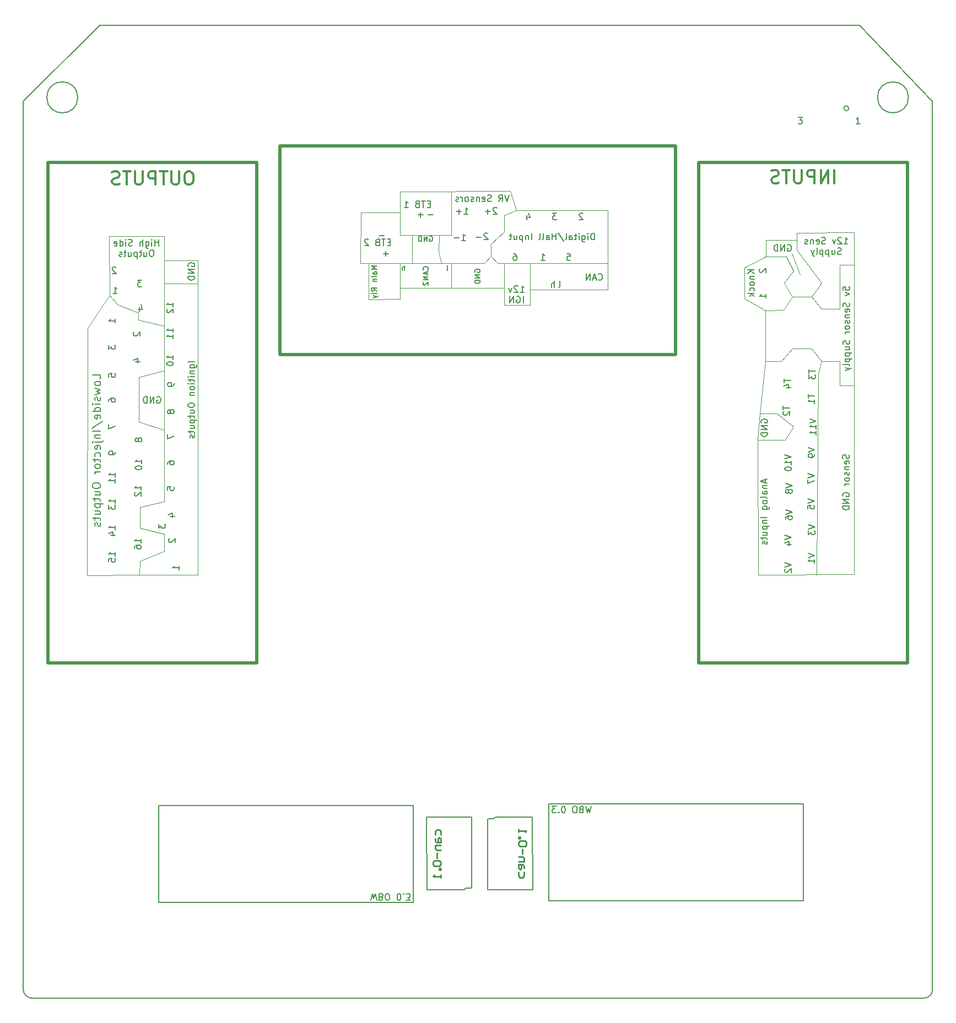
<source format=gbo>
G75*
G70*
%OFA0B0*%
%FSLAX25Y25*%
%IPPOS*%
%LPD*%
%AMOC8*
5,1,8,0,0,1.08239X$1,22.5*
%
%ADD10C,0.00787*%
%ADD56C,0.00512*%
%ADD57C,0.00591*%
%ADD58C,0.00550*%
%ADD59C,0.01181*%
%ADD60C,0.00600*%
%ADD62C,0.00472*%
%ADD63C,0.01969*%
%ADD99C,0.01000*%
X0000000Y0000000D02*
%LPD*%
G01*
D10*
X0000000Y0005000D02*
X0000000Y0542693D01*
X0505989Y0589000D02*
X0046272Y0589000D01*
X0046272Y0589000D02*
X0000000Y0542693D01*
X0550000Y0005000D02*
X0550000Y0542693D01*
X0545000Y0000000D02*
G75*
G03*
X0550000Y0005000I0000000J0005000D01*
G01*
X0032875Y0545250D02*
G75*
G03*
X0032875Y0545250I-009375J0000000D01*
G01*
X0505989Y0589000D02*
X0550000Y0542693D01*
X0000000Y0005000D02*
G75*
G03*
X0005000Y0000000I0005000J0000000D01*
G01*
X0545000Y0000000D02*
X0005000Y0000000D01*
X0535405Y0545250D02*
G75*
G03*
X0535405Y0545250I-009375J0000000D01*
G01*
D56*
D57*
X0506125Y0529219D02*
X0503875Y0529219D01*
X0505000Y0529219D02*
X0505000Y0533156D01*
X0504625Y0532594D01*
X0504250Y0532219D01*
X0503875Y0532031D01*
X0468688Y0533156D02*
X0471125Y0533156D01*
X0469813Y0531656D01*
X0470375Y0531656D01*
X0470750Y0531469D01*
X0470937Y0531281D01*
X0471125Y0530906D01*
X0471125Y0529969D01*
X0470937Y0529594D01*
X0470750Y0529406D01*
X0470375Y0529219D01*
X0469250Y0529219D01*
X0468875Y0529406D01*
X0468688Y0529594D01*
X0468688Y0533156D02*
X0471125Y0533156D01*
X0469813Y0531656D01*
X0470375Y0531656D01*
X0470750Y0531469D01*
X0470937Y0531281D01*
X0471125Y0530906D01*
X0471125Y0529969D01*
X0470937Y0529594D01*
X0470750Y0529406D01*
X0470375Y0529219D01*
X0469250Y0529219D01*
X0468875Y0529406D01*
X0468688Y0529594D01*
X0506125Y0529219D02*
X0503875Y0529219D01*
X0505000Y0529219D02*
X0505000Y0533156D01*
X0504625Y0532594D01*
X0504250Y0532219D01*
X0503875Y0532031D01*
X0055596Y0299675D02*
X0055596Y0301925D01*
X0055596Y0300800D02*
X0051659Y0300800D01*
X0052221Y0301175D01*
X0052596Y0301550D01*
X0052784Y0301925D01*
X0051659Y0298363D02*
X0051659Y0295926D01*
X0053159Y0297238D01*
X0053159Y0296675D01*
X0053346Y0296301D01*
X0053534Y0296113D01*
X0053909Y0295926D01*
X0054846Y0295926D01*
X0055221Y0296113D01*
X0055409Y0296301D01*
X0055596Y0296675D01*
X0055596Y0297800D01*
X0055409Y0298175D01*
X0055221Y0298363D01*
X0051659Y0375988D02*
X0051659Y0377863D01*
X0053534Y0378050D01*
X0053346Y0377863D01*
X0053159Y0377488D01*
X0053159Y0376550D01*
X0053346Y0376175D01*
X0053534Y0375988D01*
X0053909Y0375800D01*
X0054846Y0375800D01*
X0055221Y0375988D01*
X0055409Y0376175D01*
X0055596Y0376550D01*
X0055596Y0377488D01*
X0055409Y0377863D01*
X0055221Y0378050D01*
X0296565Y0450581D02*
X0297315Y0450581D01*
X0297690Y0450394D01*
X0297877Y0450206D01*
X0298252Y0449644D01*
X0298440Y0448894D01*
X0298440Y0447394D01*
X0298252Y0447019D01*
X0298065Y0446832D01*
X0297690Y0446644D01*
X0296940Y0446644D01*
X0296565Y0446832D01*
X0296378Y0447019D01*
X0296190Y0447394D01*
X0296190Y0448331D01*
X0296378Y0448706D01*
X0296565Y0448894D01*
X0296940Y0449081D01*
X0297690Y0449081D01*
X0298065Y0448894D01*
X0298252Y0448706D01*
X0298440Y0448331D01*
X0495753Y0428558D02*
X0495753Y0430433D01*
X0497628Y0430620D01*
X0497441Y0430433D01*
X0497253Y0430058D01*
X0497253Y0429121D01*
X0497441Y0428746D01*
X0497628Y0428558D01*
X0498003Y0428371D01*
X0498941Y0428371D01*
X0499316Y0428558D01*
X0499503Y0428746D01*
X0499690Y0429121D01*
X0499690Y0430058D01*
X0499503Y0430433D01*
X0499316Y0430620D01*
X0497066Y0427058D02*
X0499690Y0426121D01*
X0497066Y0425184D01*
X0499503Y0420872D02*
X0499690Y0420309D01*
X0499690Y0419372D01*
X0499503Y0418997D01*
X0499316Y0418809D01*
X0498941Y0418622D01*
X0498566Y0418622D01*
X0498191Y0418809D01*
X0498003Y0418997D01*
X0497816Y0419372D01*
X0497628Y0420122D01*
X0497441Y0420497D01*
X0497253Y0420684D01*
X0496878Y0420872D01*
X0496503Y0420872D01*
X0496128Y0420684D01*
X0495941Y0420497D01*
X0495753Y0420122D01*
X0495753Y0419184D01*
X0495941Y0418622D01*
X0499503Y0415435D02*
X0499690Y0415810D01*
X0499690Y0416560D01*
X0499503Y0416935D01*
X0499128Y0417122D01*
X0497628Y0417122D01*
X0497253Y0416935D01*
X0497066Y0416560D01*
X0497066Y0415810D01*
X0497253Y0415435D01*
X0497628Y0415247D01*
X0498003Y0415247D01*
X0498378Y0417122D01*
X0497066Y0413560D02*
X0499690Y0413560D01*
X0497441Y0413560D02*
X0497253Y0413373D01*
X0497066Y0412998D01*
X0497066Y0412435D01*
X0497253Y0412060D01*
X0497628Y0411873D01*
X0499690Y0411873D01*
X0499503Y0410185D02*
X0499690Y0409810D01*
X0499690Y0409061D01*
X0499503Y0408686D01*
X0499128Y0408498D01*
X0498941Y0408498D01*
X0498566Y0408686D01*
X0498378Y0409061D01*
X0498378Y0409623D01*
X0498191Y0409998D01*
X0497816Y0410185D01*
X0497628Y0410185D01*
X0497253Y0409998D01*
X0497066Y0409623D01*
X0497066Y0409061D01*
X0497253Y0408686D01*
X0499690Y0406248D02*
X0499503Y0406623D01*
X0499316Y0406811D01*
X0498941Y0406998D01*
X0497816Y0406998D01*
X0497441Y0406811D01*
X0497253Y0406623D01*
X0497066Y0406248D01*
X0497066Y0405686D01*
X0497253Y0405311D01*
X0497441Y0405124D01*
X0497816Y0404936D01*
X0498941Y0404936D01*
X0499316Y0405124D01*
X0499503Y0405311D01*
X0499690Y0405686D01*
X0499690Y0406248D01*
X0499690Y0403249D02*
X0497066Y0403249D01*
X0497816Y0403249D02*
X0497441Y0403061D01*
X0497253Y0402874D01*
X0497066Y0402499D01*
X0497066Y0402124D01*
X0499503Y0397999D02*
X0499690Y0397437D01*
X0499690Y0396500D01*
X0499503Y0396125D01*
X0499316Y0395937D01*
X0498941Y0395750D01*
X0498566Y0395750D01*
X0498191Y0395937D01*
X0498003Y0396125D01*
X0497816Y0396500D01*
X0497628Y0397250D01*
X0497441Y0397624D01*
X0497253Y0397812D01*
X0496878Y0397999D01*
X0496503Y0397999D01*
X0496128Y0397812D01*
X0495941Y0397624D01*
X0495753Y0397250D01*
X0495753Y0396312D01*
X0495941Y0395750D01*
X0497066Y0392375D02*
X0499690Y0392375D01*
X0497066Y0394062D02*
X0499128Y0394062D01*
X0499503Y0393875D01*
X0499690Y0393500D01*
X0499690Y0392938D01*
X0499503Y0392563D01*
X0499316Y0392375D01*
X0497066Y0390500D02*
X0501003Y0390500D01*
X0497253Y0390500D02*
X0497066Y0390125D01*
X0497066Y0389376D01*
X0497253Y0389001D01*
X0497441Y0388813D01*
X0497816Y0388626D01*
X0498941Y0388626D01*
X0499316Y0388813D01*
X0499503Y0389001D01*
X0499690Y0389376D01*
X0499690Y0390125D01*
X0499503Y0390500D01*
X0497066Y0386938D02*
X0501003Y0386938D01*
X0497253Y0386938D02*
X0497066Y0386563D01*
X0497066Y0385813D01*
X0497253Y0385439D01*
X0497441Y0385251D01*
X0497816Y0385064D01*
X0498941Y0385064D01*
X0499316Y0385251D01*
X0499503Y0385439D01*
X0499690Y0385813D01*
X0499690Y0386563D01*
X0499503Y0386938D01*
X0499690Y0382814D02*
X0499503Y0383189D01*
X0499128Y0383376D01*
X0495753Y0383376D01*
X0497066Y0381689D02*
X0499690Y0380752D01*
X0497066Y0379814D02*
X0499690Y0380752D01*
X0500628Y0381127D01*
X0500815Y0381314D01*
X0501003Y0381689D01*
D59*
X0490663Y0493284D02*
X0490663Y0501158D01*
X0486914Y0493284D02*
X0486914Y0501158D01*
X0482415Y0493284D01*
X0482415Y0501158D01*
X0478665Y0493284D02*
X0478665Y0501158D01*
X0475665Y0501158D01*
X0474915Y0500783D01*
X0474540Y0500409D01*
X0474166Y0499659D01*
X0474166Y0498534D01*
X0474540Y0497784D01*
X0474915Y0497409D01*
X0475665Y0497034D01*
X0478665Y0497034D01*
X0470791Y0501158D02*
X0470791Y0494784D01*
X0470416Y0494034D01*
X0470041Y0493659D01*
X0469291Y0493284D01*
X0467791Y0493284D01*
X0467041Y0493659D01*
X0466666Y0494034D01*
X0466292Y0494784D01*
X0466292Y0501158D01*
X0463667Y0501158D02*
X0459167Y0501158D01*
X0461417Y0493284D02*
X0461417Y0501158D01*
X0456918Y0493659D02*
X0455793Y0493284D01*
X0453918Y0493284D01*
X0453168Y0493659D01*
X0452793Y0494034D01*
X0452418Y0494784D01*
X0452418Y0495534D01*
X0452793Y0496284D01*
X0453168Y0496659D01*
X0453918Y0497034D01*
X0455418Y0497409D01*
X0456168Y0497784D01*
X0456543Y0498159D01*
X0456918Y0498909D01*
X0456918Y0499659D01*
X0456543Y0500409D01*
X0456168Y0500783D01*
X0455418Y0501158D01*
X0453543Y0501158D01*
X0452418Y0500783D01*
D57*
X0055596Y0315675D02*
X0055596Y0317925D01*
X0055596Y0316800D02*
X0051659Y0316800D01*
X0052221Y0317175D01*
X0052596Y0317550D01*
X0052784Y0317925D01*
X0055596Y0311926D02*
X0055596Y0314175D01*
X0055596Y0313050D02*
X0051659Y0313050D01*
X0052221Y0313425D01*
X0052596Y0313800D01*
X0052784Y0314175D01*
X0220815Y0450644D02*
X0217815Y0450644D01*
X0219315Y0449144D02*
X0219315Y0452144D01*
X0090635Y0403108D02*
X0090635Y0405358D01*
X0090635Y0404233D02*
X0086698Y0404233D01*
X0087261Y0404608D01*
X0087636Y0404983D01*
X0087823Y0405358D01*
X0090635Y0399359D02*
X0090635Y0401608D01*
X0090635Y0400484D02*
X0086698Y0400484D01*
X0087261Y0400858D01*
X0087636Y0401233D01*
X0087823Y0401608D01*
X0280877Y0462706D02*
X0280690Y0462894D01*
X0280315Y0463081D01*
X0279377Y0463081D01*
X0279002Y0462894D01*
X0278815Y0462706D01*
X0278627Y0462331D01*
X0278627Y0461956D01*
X0278815Y0461394D01*
X0281064Y0459144D01*
X0278627Y0459144D01*
X0276940Y0460644D02*
X0273940Y0460644D01*
X0055596Y0283675D02*
X0055596Y0285925D01*
X0055596Y0284800D02*
X0051659Y0284800D01*
X0052221Y0285175D01*
X0052596Y0285550D01*
X0052784Y0285925D01*
X0052971Y0280301D02*
X0055596Y0280301D01*
X0051472Y0281238D02*
X0054284Y0282175D01*
X0054284Y0279738D01*
X0461108Y0311648D02*
X0465045Y0310335D01*
X0461108Y0309023D01*
X0462795Y0307148D02*
X0462608Y0307523D01*
X0462420Y0307711D01*
X0462045Y0307898D01*
X0461858Y0307898D01*
X0461483Y0307711D01*
X0461295Y0307523D01*
X0461108Y0307148D01*
X0461108Y0306398D01*
X0461295Y0306023D01*
X0461483Y0305836D01*
X0461858Y0305648D01*
X0462045Y0305648D01*
X0462420Y0305836D01*
X0462608Y0306023D01*
X0462795Y0306398D01*
X0462795Y0307148D01*
X0462983Y0307523D01*
X0463170Y0307711D01*
X0463545Y0307898D01*
X0464295Y0307898D01*
X0464670Y0307711D01*
X0464857Y0307523D01*
X0465045Y0307148D01*
X0465045Y0306398D01*
X0464857Y0306023D01*
X0464670Y0305836D01*
X0464295Y0305648D01*
X0463545Y0305648D01*
X0463170Y0305836D01*
X0462983Y0306023D01*
X0462795Y0306398D01*
X0088254Y0278050D02*
X0088067Y0277863D01*
X0087879Y0277488D01*
X0087879Y0276550D01*
X0088067Y0276175D01*
X0088254Y0275988D01*
X0088629Y0275800D01*
X0089004Y0275800D01*
X0089567Y0275988D01*
X0091816Y0278238D01*
X0091816Y0275800D01*
X0070065Y0418269D02*
X0070065Y0415644D01*
X0071002Y0419769D02*
X0071940Y0416957D01*
X0069503Y0416957D01*
D60*
X0244623Y0440782D02*
X0244776Y0440934D01*
X0244928Y0441391D01*
X0244928Y0441696D01*
X0244776Y0442153D01*
X0244471Y0442458D01*
X0244166Y0442610D01*
X0243557Y0442763D01*
X0243099Y0442763D01*
X0242490Y0442610D01*
X0242185Y0442458D01*
X0241880Y0442153D01*
X0241728Y0441696D01*
X0241728Y0441391D01*
X0241880Y0440934D01*
X0242033Y0440782D01*
X0244014Y0439563D02*
X0244014Y0438039D01*
X0244928Y0439867D02*
X0241728Y0438801D01*
X0244928Y0437734D01*
X0244928Y0436667D02*
X0241728Y0436667D01*
X0244928Y0434839D01*
X0241728Y0434839D01*
X0242033Y0433467D02*
X0241880Y0433315D01*
X0241728Y0433010D01*
X0241728Y0432248D01*
X0241880Y0431944D01*
X0242033Y0431791D01*
X0242337Y0431639D01*
X0242642Y0431639D01*
X0243099Y0431791D01*
X0244928Y0433620D01*
X0244928Y0431639D01*
D57*
X0071627Y0434581D02*
X0069190Y0434581D01*
X0070502Y0433081D01*
X0069940Y0433081D01*
X0069565Y0432894D01*
X0069378Y0432706D01*
X0069190Y0432331D01*
X0069190Y0431394D01*
X0069378Y0431019D01*
X0069565Y0430832D01*
X0069940Y0430644D01*
X0071065Y0430644D01*
X0071440Y0430832D01*
X0071627Y0431019D01*
X0474494Y0302053D02*
X0478431Y0300741D01*
X0474494Y0299429D01*
X0474494Y0296241D02*
X0474494Y0298116D01*
X0476368Y0298304D01*
X0476181Y0298116D01*
X0475993Y0297741D01*
X0475993Y0296804D01*
X0476181Y0296429D01*
X0476368Y0296241D01*
X0476743Y0296054D01*
X0477681Y0296054D01*
X0478056Y0296241D01*
X0478243Y0296429D01*
X0478431Y0296804D01*
X0478431Y0297741D01*
X0478243Y0298116D01*
X0478056Y0298304D01*
X0081777Y0286938D02*
X0081777Y0284501D01*
X0083277Y0285813D01*
X0083277Y0285251D01*
X0083464Y0284876D01*
X0083652Y0284689D01*
X0084027Y0284501D01*
X0084964Y0284501D01*
X0085339Y0284689D01*
X0085527Y0284876D01*
X0085714Y0285251D01*
X0085714Y0286376D01*
X0085527Y0286751D01*
X0085339Y0286938D01*
X0218315Y0461644D02*
X0215315Y0461644D01*
X0090596Y0386675D02*
X0090596Y0388925D01*
X0090596Y0387800D02*
X0086659Y0387800D01*
X0087221Y0388175D01*
X0087596Y0388550D01*
X0087784Y0388925D01*
X0086659Y0384238D02*
X0086659Y0383863D01*
X0086846Y0383488D01*
X0087034Y0383301D01*
X0087409Y0383113D01*
X0088159Y0382926D01*
X0089096Y0382926D01*
X0089846Y0383113D01*
X0090221Y0383301D01*
X0090409Y0383488D01*
X0090596Y0383863D01*
X0090596Y0384238D01*
X0090409Y0384613D01*
X0090221Y0384800D01*
X0089846Y0384988D01*
X0089096Y0385175D01*
X0088159Y0385175D01*
X0087409Y0384988D01*
X0087034Y0384800D01*
X0086846Y0384613D01*
X0086659Y0384238D01*
X0300565Y0427313D02*
X0302814Y0427313D01*
X0301690Y0427313D02*
X0301690Y0431250D01*
X0302064Y0430688D01*
X0302439Y0430313D01*
X0302814Y0430126D01*
X0299065Y0430876D02*
X0298877Y0431063D01*
X0298502Y0431250D01*
X0297565Y0431250D01*
X0297190Y0431063D01*
X0297003Y0430876D01*
X0296815Y0430501D01*
X0296815Y0430126D01*
X0297003Y0429563D01*
X0299252Y0427313D01*
X0296815Y0427313D01*
X0295503Y0429938D02*
X0294565Y0427313D01*
X0293628Y0429938D01*
X0302346Y0420975D02*
X0302346Y0424912D01*
X0298409Y0424724D02*
X0298784Y0424912D01*
X0299346Y0424912D01*
X0299909Y0424724D01*
X0300283Y0424349D01*
X0300471Y0423974D01*
X0300658Y0423225D01*
X0300658Y0422662D01*
X0300471Y0421912D01*
X0300283Y0421537D01*
X0299909Y0421162D01*
X0299346Y0420975D01*
X0298971Y0420975D01*
X0298409Y0421162D01*
X0298221Y0421350D01*
X0298221Y0422662D01*
X0298971Y0422662D01*
X0296534Y0420975D02*
X0296534Y0424912D01*
X0294284Y0420975D01*
X0294284Y0424912D01*
X0087159Y0323175D02*
X0087159Y0323925D01*
X0087346Y0324300D01*
X0087534Y0324488D01*
X0088096Y0324863D01*
X0088846Y0325050D01*
X0090346Y0325050D01*
X0090721Y0324863D01*
X0090909Y0324675D01*
X0091096Y0324300D01*
X0091096Y0323550D01*
X0090909Y0323175D01*
X0090721Y0322988D01*
X0090346Y0322800D01*
X0089409Y0322800D01*
X0089034Y0322988D01*
X0088846Y0323175D01*
X0088659Y0323550D01*
X0088659Y0324300D01*
X0088846Y0324675D01*
X0089034Y0324863D01*
X0089409Y0325050D01*
X0460608Y0280148D02*
X0464545Y0278835D01*
X0460608Y0277523D01*
X0461920Y0274523D02*
X0464545Y0274523D01*
X0460420Y0275461D02*
X0463232Y0276398D01*
X0463232Y0273961D01*
X0099846Y0442925D02*
X0099659Y0443300D01*
X0099659Y0443862D01*
X0099846Y0444425D01*
X0100221Y0444800D01*
X0100596Y0444987D01*
X0101346Y0445175D01*
X0101909Y0445175D01*
X0102659Y0444987D01*
X0103034Y0444800D01*
X0103409Y0444425D01*
X0103596Y0443862D01*
X0103596Y0443487D01*
X0103409Y0442925D01*
X0103221Y0442737D01*
X0101909Y0442737D01*
X0101909Y0443487D01*
X0103596Y0441050D02*
X0099659Y0441050D01*
X0103596Y0438800D01*
X0099659Y0438800D01*
X0103596Y0436926D02*
X0099659Y0436926D01*
X0099659Y0435988D01*
X0099846Y0435426D01*
X0100221Y0435051D01*
X0100596Y0434863D01*
X0101346Y0434676D01*
X0101909Y0434676D01*
X0102659Y0434863D01*
X0103034Y0435051D01*
X0103409Y0435426D01*
X0103596Y0435988D01*
X0103596Y0436926D01*
X0474494Y0317553D02*
X0478431Y0316241D01*
X0474494Y0314929D01*
X0474494Y0313991D02*
X0474494Y0311367D01*
X0478431Y0313054D01*
D60*
X0245722Y0461143D02*
X0246026Y0461296D01*
X0246483Y0461296D01*
X0246941Y0461143D01*
X0247245Y0460839D01*
X0247398Y0460534D01*
X0247550Y0459924D01*
X0247550Y0459467D01*
X0247398Y0458858D01*
X0247245Y0458553D01*
X0246941Y0458248D01*
X0246483Y0458096D01*
X0246179Y0458096D01*
X0245722Y0458248D01*
X0245569Y0458400D01*
X0245569Y0459467D01*
X0246179Y0459467D01*
X0244198Y0458096D02*
X0244198Y0461296D01*
X0242369Y0458096D01*
X0242369Y0461296D01*
X0240845Y0458096D02*
X0240845Y0461296D01*
X0240083Y0461296D01*
X0239626Y0461143D01*
X0239322Y0460839D01*
X0239169Y0460534D01*
X0239017Y0459924D01*
X0239017Y0459467D01*
X0239169Y0458858D01*
X0239322Y0458553D01*
X0239626Y0458248D01*
X0240083Y0458096D01*
X0240845Y0458096D01*
D57*
X0475190Y0380594D02*
X0475190Y0378344D01*
X0479127Y0379469D02*
X0475190Y0379469D01*
X0475190Y0377407D02*
X0475190Y0374970D01*
X0476690Y0376282D01*
X0476690Y0375720D01*
X0476878Y0375345D01*
X0477065Y0375157D01*
X0477440Y0374970D01*
X0478378Y0374970D01*
X0478753Y0375157D01*
X0478940Y0375345D01*
X0479127Y0375720D01*
X0479127Y0376845D01*
X0478940Y0377220D01*
X0478753Y0377407D01*
X0347846Y0435019D02*
X0348033Y0434832D01*
X0348596Y0434644D01*
X0348971Y0434644D01*
X0349533Y0434832D01*
X0349908Y0435207D01*
X0350096Y0435582D01*
X0350283Y0436331D01*
X0350283Y0436894D01*
X0350096Y0437644D01*
X0349908Y0438019D01*
X0349533Y0438394D01*
X0348971Y0438581D01*
X0348596Y0438581D01*
X0348033Y0438394D01*
X0347846Y0438206D01*
X0346346Y0435769D02*
X0344471Y0435769D01*
X0346721Y0434644D02*
X0345409Y0438581D01*
X0344096Y0434644D01*
X0342784Y0434644D02*
X0342784Y0438581D01*
X0340534Y0434644D01*
X0340534Y0438581D01*
X0088971Y0291675D02*
X0091596Y0291675D01*
X0087472Y0292613D02*
X0090284Y0293550D01*
X0090284Y0291113D01*
X0496391Y0456502D02*
X0498641Y0456502D01*
X0497516Y0456502D02*
X0497516Y0460439D01*
X0497891Y0459877D01*
X0498266Y0459502D01*
X0498641Y0459315D01*
X0494891Y0460064D02*
X0494704Y0460252D01*
X0494329Y0460439D01*
X0493391Y0460439D01*
X0493016Y0460252D01*
X0492829Y0460064D01*
X0492641Y0459690D01*
X0492641Y0459315D01*
X0492829Y0458752D01*
X0495079Y0456502D01*
X0492641Y0456502D01*
X0491329Y0459127D02*
X0490392Y0456502D01*
X0489454Y0459127D01*
X0485142Y0456690D02*
X0484580Y0456502D01*
X0483642Y0456502D01*
X0483268Y0456690D01*
X0483080Y0456877D01*
X0482893Y0457252D01*
X0482893Y0457627D01*
X0483080Y0458002D01*
X0483268Y0458190D01*
X0483642Y0458377D01*
X0484392Y0458565D01*
X0484767Y0458752D01*
X0484955Y0458940D01*
X0485142Y0459315D01*
X0485142Y0459690D01*
X0484955Y0460064D01*
X0484767Y0460252D01*
X0484392Y0460439D01*
X0483455Y0460439D01*
X0482893Y0460252D01*
X0479705Y0456690D02*
X0480080Y0456502D01*
X0480830Y0456502D01*
X0481205Y0456690D01*
X0481393Y0457065D01*
X0481393Y0458565D01*
X0481205Y0458940D01*
X0480830Y0459127D01*
X0480080Y0459127D01*
X0479705Y0458940D01*
X0479518Y0458565D01*
X0479518Y0458190D01*
X0481393Y0457815D01*
X0477831Y0459127D02*
X0477831Y0456502D01*
X0477831Y0458752D02*
X0477643Y0458940D01*
X0477268Y0459127D01*
X0476706Y0459127D01*
X0476331Y0458940D01*
X0476143Y0458565D01*
X0476143Y0456502D01*
X0474456Y0456690D02*
X0474081Y0456502D01*
X0473331Y0456502D01*
X0472956Y0456690D01*
X0472769Y0457065D01*
X0472769Y0457252D01*
X0472956Y0457627D01*
X0473331Y0457815D01*
X0473894Y0457815D01*
X0474269Y0458002D01*
X0474456Y0458377D01*
X0474456Y0458565D01*
X0474269Y0458940D01*
X0473894Y0459127D01*
X0473331Y0459127D01*
X0472956Y0458940D01*
X0494704Y0450351D02*
X0494141Y0450164D01*
X0493204Y0450164D01*
X0492829Y0450351D01*
X0492641Y0450539D01*
X0492454Y0450914D01*
X0492454Y0451289D01*
X0492641Y0451664D01*
X0492829Y0451851D01*
X0493204Y0452039D01*
X0493954Y0452226D01*
X0494329Y0452414D01*
X0494516Y0452601D01*
X0494704Y0452976D01*
X0494704Y0453351D01*
X0494516Y0453726D01*
X0494329Y0453913D01*
X0493954Y0454101D01*
X0493016Y0454101D01*
X0492454Y0453913D01*
X0489079Y0452789D02*
X0489079Y0450164D01*
X0490767Y0452789D02*
X0490767Y0450726D01*
X0490579Y0450351D01*
X0490204Y0450164D01*
X0489642Y0450164D01*
X0489267Y0450351D01*
X0489079Y0450539D01*
X0487205Y0452789D02*
X0487205Y0448852D01*
X0487205Y0452601D02*
X0486830Y0452789D01*
X0486080Y0452789D01*
X0485705Y0452601D01*
X0485517Y0452414D01*
X0485330Y0452039D01*
X0485330Y0450914D01*
X0485517Y0450539D01*
X0485705Y0450351D01*
X0486080Y0450164D01*
X0486830Y0450164D01*
X0487205Y0450351D01*
X0483642Y0452789D02*
X0483642Y0448852D01*
X0483642Y0452601D02*
X0483268Y0452789D01*
X0482518Y0452789D01*
X0482143Y0452601D01*
X0481955Y0452414D01*
X0481768Y0452039D01*
X0481768Y0450914D01*
X0481955Y0450539D01*
X0482143Y0450351D01*
X0482518Y0450164D01*
X0483268Y0450164D01*
X0483642Y0450351D01*
X0479518Y0450164D02*
X0479893Y0450351D01*
X0480080Y0450726D01*
X0480080Y0454101D01*
X0478393Y0452789D02*
X0477456Y0450164D01*
X0476518Y0452789D02*
X0477456Y0450164D01*
X0477831Y0449226D01*
X0478018Y0449039D01*
X0478393Y0448852D01*
X0087159Y0341238D02*
X0087159Y0338613D01*
X0091096Y0340300D01*
X0265127Y0458644D02*
X0267377Y0458644D01*
X0266252Y0458644D02*
X0266252Y0462581D01*
X0266627Y0462019D01*
X0267002Y0461644D01*
X0267377Y0461456D01*
X0263440Y0460144D02*
X0260440Y0460144D01*
X0221935Y0457561D02*
X0220622Y0457561D01*
X0220060Y0455498D02*
X0221935Y0455498D01*
X0221935Y0459436D01*
X0220060Y0459436D01*
X0218935Y0459436D02*
X0216685Y0459436D01*
X0217810Y0455498D02*
X0217810Y0459436D01*
X0214061Y0457561D02*
X0213498Y0457373D01*
X0213311Y0457186D01*
X0213123Y0456811D01*
X0213123Y0456248D01*
X0213311Y0455873D01*
X0213498Y0455686D01*
X0213873Y0455498D01*
X0215373Y0455498D01*
X0215373Y0459436D01*
X0214061Y0459436D01*
X0213686Y0459248D01*
X0213498Y0459061D01*
X0213311Y0458686D01*
X0213311Y0458311D01*
X0213498Y0457936D01*
X0213686Y0457748D01*
X0214061Y0457561D01*
X0215373Y0457561D01*
X0208624Y0459061D02*
X0208436Y0459248D01*
X0208061Y0459436D01*
X0207124Y0459436D01*
X0206749Y0459248D01*
X0206561Y0459061D01*
X0206374Y0458686D01*
X0206374Y0458311D01*
X0206561Y0457748D01*
X0208811Y0455498D01*
X0206374Y0455498D01*
X0055596Y0330675D02*
X0055596Y0329925D01*
X0055409Y0329550D01*
X0055221Y0329363D01*
X0054659Y0328988D01*
X0053909Y0328800D01*
X0052409Y0328800D01*
X0052034Y0328988D01*
X0051846Y0329175D01*
X0051659Y0329550D01*
X0051659Y0330300D01*
X0051846Y0330675D01*
X0052034Y0330863D01*
X0052409Y0331050D01*
X0053346Y0331050D01*
X0053721Y0330863D01*
X0053909Y0330675D01*
X0054096Y0330300D01*
X0054096Y0329550D01*
X0053909Y0329175D01*
X0053721Y0328988D01*
X0053346Y0328800D01*
X0087159Y0307488D02*
X0087159Y0309363D01*
X0089034Y0309550D01*
X0088846Y0309363D01*
X0088659Y0308988D01*
X0088659Y0308050D01*
X0088846Y0307675D01*
X0089034Y0307488D01*
X0089409Y0307300D01*
X0090346Y0307300D01*
X0090721Y0307488D01*
X0090909Y0307675D01*
X0091096Y0308050D01*
X0091096Y0308988D01*
X0090909Y0309363D01*
X0090721Y0309550D01*
X0088846Y0355300D02*
X0088659Y0355675D01*
X0088471Y0355863D01*
X0088096Y0356050D01*
X0087909Y0356050D01*
X0087534Y0355863D01*
X0087346Y0355675D01*
X0087159Y0355300D01*
X0087159Y0354550D01*
X0087346Y0354175D01*
X0087534Y0353988D01*
X0087909Y0353800D01*
X0088096Y0353800D01*
X0088471Y0353988D01*
X0088659Y0354175D01*
X0088846Y0354550D01*
X0088846Y0355300D01*
X0089034Y0355675D01*
X0089221Y0355863D01*
X0089596Y0356050D01*
X0090346Y0356050D01*
X0090721Y0355863D01*
X0090909Y0355675D01*
X0091096Y0355300D01*
X0091096Y0354550D01*
X0090909Y0354175D01*
X0090721Y0353988D01*
X0090346Y0353800D01*
X0089596Y0353800D01*
X0089221Y0353988D01*
X0089034Y0354175D01*
X0088846Y0354550D01*
X0054265Y0426644D02*
X0056515Y0426644D01*
X0055390Y0426644D02*
X0055390Y0430581D01*
X0055765Y0430019D01*
X0056140Y0429644D01*
X0056515Y0429456D01*
X0323846Y0430144D02*
X0324221Y0430332D01*
X0324409Y0430707D01*
X0324409Y0434081D01*
X0055596Y0408800D02*
X0055596Y0411050D01*
X0055596Y0409925D02*
X0051659Y0409925D01*
X0052221Y0410300D01*
X0052596Y0410675D01*
X0052784Y0411050D01*
D60*
X0230583Y0440478D02*
X0230583Y0443678D01*
X0229212Y0440478D02*
X0229212Y0442154D01*
X0229364Y0442459D01*
X0229669Y0442611D01*
X0230126Y0442611D01*
X0230431Y0442459D01*
X0230583Y0442306D01*
D57*
X0448762Y0313879D02*
X0448762Y0312004D01*
X0449887Y0314254D02*
X0445950Y0312941D01*
X0449887Y0311629D01*
X0447263Y0310317D02*
X0449887Y0310317D01*
X0447638Y0310317D02*
X0447450Y0310129D01*
X0447263Y0309754D01*
X0447263Y0309192D01*
X0447450Y0308817D01*
X0447825Y0308629D01*
X0449887Y0308629D01*
X0449887Y0305067D02*
X0447825Y0305067D01*
X0447450Y0305255D01*
X0447263Y0305630D01*
X0447263Y0306380D01*
X0447450Y0306755D01*
X0449700Y0305067D02*
X0449887Y0305442D01*
X0449887Y0306380D01*
X0449700Y0306755D01*
X0449325Y0306942D01*
X0448950Y0306942D01*
X0448575Y0306755D01*
X0448388Y0306380D01*
X0448388Y0305442D01*
X0448200Y0305067D01*
X0449887Y0302630D02*
X0449700Y0303005D01*
X0449325Y0303193D01*
X0445950Y0303193D01*
X0449887Y0300568D02*
X0449700Y0300943D01*
X0449512Y0301130D01*
X0449137Y0301318D01*
X0448013Y0301318D01*
X0447638Y0301130D01*
X0447450Y0300943D01*
X0447263Y0300568D01*
X0447263Y0300005D01*
X0447450Y0299630D01*
X0447638Y0299443D01*
X0448013Y0299256D01*
X0449137Y0299256D01*
X0449512Y0299443D01*
X0449700Y0299630D01*
X0449887Y0300005D01*
X0449887Y0300568D01*
X0447263Y0295881D02*
X0450450Y0295881D01*
X0450825Y0296068D01*
X0451012Y0296256D01*
X0451200Y0296631D01*
X0451200Y0297193D01*
X0451012Y0297568D01*
X0449700Y0295881D02*
X0449887Y0296256D01*
X0449887Y0297006D01*
X0449700Y0297381D01*
X0449512Y0297568D01*
X0449137Y0297756D01*
X0448013Y0297756D01*
X0447638Y0297568D01*
X0447450Y0297381D01*
X0447263Y0297006D01*
X0447263Y0296256D01*
X0447450Y0295881D01*
X0449887Y0291007D02*
X0445950Y0291007D01*
X0447263Y0289132D02*
X0449887Y0289132D01*
X0447638Y0289132D02*
X0447450Y0288944D01*
X0447263Y0288569D01*
X0447263Y0288007D01*
X0447450Y0287632D01*
X0447825Y0287445D01*
X0449887Y0287445D01*
X0447263Y0285570D02*
X0451200Y0285570D01*
X0447450Y0285570D02*
X0447263Y0285195D01*
X0447263Y0284445D01*
X0447450Y0284070D01*
X0447638Y0283882D01*
X0448013Y0283695D01*
X0449137Y0283695D01*
X0449512Y0283882D01*
X0449700Y0284070D01*
X0449887Y0284445D01*
X0449887Y0285195D01*
X0449700Y0285570D01*
X0447263Y0280320D02*
X0449887Y0280320D01*
X0447263Y0282008D02*
X0449325Y0282008D01*
X0449700Y0281820D01*
X0449887Y0281445D01*
X0449887Y0280883D01*
X0449700Y0280508D01*
X0449512Y0280320D01*
X0447263Y0279008D02*
X0447263Y0277508D01*
X0445950Y0278446D02*
X0449325Y0278446D01*
X0449700Y0278258D01*
X0449887Y0277883D01*
X0449887Y0277508D01*
X0449700Y0276383D02*
X0449887Y0276008D01*
X0449887Y0275259D01*
X0449700Y0274884D01*
X0449325Y0274696D01*
X0449137Y0274696D01*
X0448762Y0274884D01*
X0448575Y0275259D01*
X0448575Y0275821D01*
X0448388Y0276196D01*
X0448013Y0276383D01*
X0447825Y0276383D01*
X0447450Y0276196D01*
X0447263Y0275821D01*
X0447263Y0275259D01*
X0447450Y0274884D01*
X0499409Y0328886D02*
X0499596Y0328324D01*
X0499596Y0327386D01*
X0499409Y0327011D01*
X0499221Y0326824D01*
X0498846Y0326636D01*
X0498471Y0326636D01*
X0498096Y0326824D01*
X0497909Y0327011D01*
X0497721Y0327386D01*
X0497534Y0328136D01*
X0497346Y0328511D01*
X0497159Y0328699D01*
X0496784Y0328886D01*
X0496409Y0328886D01*
X0496034Y0328699D01*
X0495846Y0328511D01*
X0495659Y0328136D01*
X0495659Y0327199D01*
X0495846Y0326636D01*
X0499409Y0323449D02*
X0499596Y0323824D01*
X0499596Y0324574D01*
X0499409Y0324949D01*
X0499034Y0325137D01*
X0497534Y0325137D01*
X0497159Y0324949D01*
X0496971Y0324574D01*
X0496971Y0323824D01*
X0497159Y0323449D01*
X0497534Y0323262D01*
X0497909Y0323262D01*
X0498284Y0325137D01*
X0496971Y0321575D02*
X0499596Y0321575D01*
X0497346Y0321575D02*
X0497159Y0321387D01*
X0496971Y0321012D01*
X0496971Y0320450D01*
X0497159Y0320075D01*
X0497534Y0319887D01*
X0499596Y0319887D01*
X0499409Y0318200D02*
X0499596Y0317825D01*
X0499596Y0317075D01*
X0499409Y0316700D01*
X0499034Y0316513D01*
X0498846Y0316513D01*
X0498471Y0316700D01*
X0498284Y0317075D01*
X0498284Y0317638D01*
X0498096Y0318013D01*
X0497721Y0318200D01*
X0497534Y0318200D01*
X0497159Y0318013D01*
X0496971Y0317638D01*
X0496971Y0317075D01*
X0497159Y0316700D01*
X0499596Y0314263D02*
X0499409Y0314638D01*
X0499221Y0314825D01*
X0498846Y0315013D01*
X0497721Y0315013D01*
X0497346Y0314825D01*
X0497159Y0314638D01*
X0496971Y0314263D01*
X0496971Y0313701D01*
X0497159Y0313326D01*
X0497346Y0313138D01*
X0497721Y0312951D01*
X0498846Y0312951D01*
X0499221Y0313138D01*
X0499409Y0313326D01*
X0499596Y0313701D01*
X0499596Y0314263D01*
X0499596Y0311263D02*
X0496971Y0311263D01*
X0497721Y0311263D02*
X0497346Y0311076D01*
X0497159Y0310888D01*
X0496971Y0310513D01*
X0496971Y0310139D01*
X0495846Y0303764D02*
X0495659Y0304139D01*
X0495659Y0304702D01*
X0495846Y0305264D01*
X0496221Y0305639D01*
X0496596Y0305827D01*
X0497346Y0306014D01*
X0497909Y0306014D01*
X0498659Y0305827D01*
X0499034Y0305639D01*
X0499409Y0305264D01*
X0499596Y0304702D01*
X0499596Y0304327D01*
X0499409Y0303764D01*
X0499221Y0303577D01*
X0497909Y0303577D01*
X0497909Y0304327D01*
X0499596Y0301890D02*
X0495659Y0301890D01*
X0499596Y0299640D01*
X0495659Y0299640D01*
X0499596Y0297765D02*
X0495659Y0297765D01*
X0495659Y0296828D01*
X0495846Y0296265D01*
X0496221Y0295890D01*
X0496596Y0295703D01*
X0497346Y0295515D01*
X0497909Y0295515D01*
X0498659Y0295703D01*
X0499034Y0295890D01*
X0499409Y0296265D01*
X0499596Y0296828D01*
X0499596Y0297765D01*
D60*
X0256091Y0440478D02*
X0256396Y0440630D01*
X0256549Y0440935D01*
X0256549Y0443678D01*
D58*
X0213727Y0443257D02*
X0210527Y0443257D01*
X0212813Y0442191D01*
X0210527Y0441124D01*
X0213727Y0441124D01*
X0213727Y0438229D02*
X0212051Y0438229D01*
X0211746Y0438381D01*
X0211594Y0438686D01*
X0211594Y0439296D01*
X0211746Y0439600D01*
X0213575Y0438229D02*
X0213727Y0438534D01*
X0213727Y0439296D01*
X0213575Y0439600D01*
X0213270Y0439753D01*
X0212965Y0439753D01*
X0212660Y0439600D01*
X0212508Y0439296D01*
X0212508Y0438534D01*
X0212356Y0438229D01*
X0213727Y0436705D02*
X0211594Y0436705D01*
X0210527Y0436705D02*
X0210680Y0436857D01*
X0210832Y0436705D01*
X0210680Y0436553D01*
X0210527Y0436705D01*
X0210832Y0436705D01*
X0211594Y0435181D02*
X0213727Y0435181D01*
X0211899Y0435181D02*
X0211746Y0435029D01*
X0211594Y0434724D01*
X0211594Y0434267D01*
X0211746Y0433962D01*
X0212051Y0433810D01*
X0213727Y0433810D01*
X0213727Y0428019D02*
X0212203Y0429086D01*
X0213727Y0429848D02*
X0210527Y0429848D01*
X0210527Y0428629D01*
X0210680Y0428324D01*
X0210832Y0428172D01*
X0211137Y0428019D01*
X0211594Y0428019D01*
X0211899Y0428172D01*
X0212051Y0428324D01*
X0212203Y0428629D01*
X0212203Y0429848D01*
X0213727Y0426191D02*
X0213575Y0426496D01*
X0213270Y0426648D01*
X0210527Y0426648D01*
X0211594Y0425277D02*
X0213727Y0424515D01*
X0211594Y0423753D02*
X0213727Y0424515D01*
X0214489Y0424819D01*
X0214641Y0424972D01*
X0214794Y0425277D01*
D57*
X0091096Y0372175D02*
X0091096Y0371425D01*
X0090909Y0371050D01*
X0090721Y0370863D01*
X0090159Y0370488D01*
X0089409Y0370300D01*
X0087909Y0370300D01*
X0087534Y0370488D01*
X0087346Y0370675D01*
X0087159Y0371050D01*
X0087159Y0371800D01*
X0087346Y0372175D01*
X0087534Y0372363D01*
X0087909Y0372550D01*
X0088846Y0372550D01*
X0089221Y0372363D01*
X0089409Y0372175D01*
X0089596Y0371800D01*
X0089596Y0371050D01*
X0089409Y0370675D01*
X0089221Y0370488D01*
X0088846Y0370300D01*
X0051659Y0395238D02*
X0051659Y0392800D01*
X0053159Y0394113D01*
X0053159Y0393550D01*
X0053346Y0393175D01*
X0053534Y0392988D01*
X0053909Y0392800D01*
X0054846Y0392800D01*
X0055221Y0392988D01*
X0055409Y0393175D01*
X0055596Y0393550D01*
X0055596Y0394675D01*
X0055409Y0395050D01*
X0055221Y0395238D01*
X0103431Y0385073D02*
X0099494Y0385073D01*
X0100806Y0381511D02*
X0103993Y0381511D01*
X0104368Y0381698D01*
X0104555Y0381886D01*
X0104743Y0382261D01*
X0104743Y0382823D01*
X0104555Y0383198D01*
X0103243Y0381511D02*
X0103431Y0381886D01*
X0103431Y0382636D01*
X0103243Y0383011D01*
X0103056Y0383198D01*
X0102681Y0383386D01*
X0101556Y0383386D01*
X0101181Y0383198D01*
X0100993Y0383011D01*
X0100806Y0382636D01*
X0100806Y0381886D01*
X0100993Y0381511D01*
X0100806Y0379636D02*
X0103431Y0379636D01*
X0101181Y0379636D02*
X0100993Y0379449D01*
X0100806Y0379074D01*
X0100806Y0378511D01*
X0100993Y0378136D01*
X0101368Y0377949D01*
X0103431Y0377949D01*
X0103431Y0376074D02*
X0100806Y0376074D01*
X0099494Y0376074D02*
X0099681Y0376262D01*
X0099869Y0376074D01*
X0099681Y0375887D01*
X0099494Y0376074D01*
X0099869Y0376074D01*
X0100806Y0374762D02*
X0100806Y0373262D01*
X0099494Y0374199D02*
X0102868Y0374199D01*
X0103243Y0374012D01*
X0103431Y0373637D01*
X0103431Y0373262D01*
X0103431Y0371950D02*
X0100806Y0371950D01*
X0099494Y0371950D02*
X0099681Y0372137D01*
X0099869Y0371950D01*
X0099681Y0371762D01*
X0099494Y0371950D01*
X0099869Y0371950D01*
X0103431Y0369512D02*
X0103243Y0369887D01*
X0103056Y0370075D01*
X0102681Y0370262D01*
X0101556Y0370262D01*
X0101181Y0370075D01*
X0100993Y0369887D01*
X0100806Y0369512D01*
X0100806Y0368950D01*
X0100993Y0368575D01*
X0101181Y0368388D01*
X0101556Y0368200D01*
X0102681Y0368200D01*
X0103056Y0368388D01*
X0103243Y0368575D01*
X0103431Y0368950D01*
X0103431Y0369512D01*
X0100806Y0366513D02*
X0103431Y0366513D01*
X0101181Y0366513D02*
X0100993Y0366325D01*
X0100806Y0365950D01*
X0100806Y0365388D01*
X0100993Y0365013D01*
X0101368Y0364825D01*
X0103431Y0364825D01*
X0099494Y0359201D02*
X0099494Y0358451D01*
X0099681Y0358076D01*
X0100056Y0357701D01*
X0100806Y0357514D01*
X0102118Y0357514D01*
X0102868Y0357701D01*
X0103243Y0358076D01*
X0103431Y0358451D01*
X0103431Y0359201D01*
X0103243Y0359576D01*
X0102868Y0359951D01*
X0102118Y0360139D01*
X0100806Y0360139D01*
X0100056Y0359951D01*
X0099681Y0359576D01*
X0099494Y0359201D01*
X0100806Y0354139D02*
X0103431Y0354139D01*
X0100806Y0355827D02*
X0102868Y0355827D01*
X0103243Y0355639D01*
X0103431Y0355264D01*
X0103431Y0354702D01*
X0103243Y0354327D01*
X0103056Y0354139D01*
X0100806Y0352827D02*
X0100806Y0351327D01*
X0099494Y0352265D02*
X0102868Y0352265D01*
X0103243Y0352077D01*
X0103431Y0351702D01*
X0103431Y0351327D01*
X0100806Y0350015D02*
X0104743Y0350015D01*
X0100993Y0350015D02*
X0100806Y0349640D01*
X0100806Y0348890D01*
X0100993Y0348515D01*
X0101181Y0348328D01*
X0101556Y0348140D01*
X0102681Y0348140D01*
X0103056Y0348328D01*
X0103243Y0348515D01*
X0103431Y0348890D01*
X0103431Y0349640D01*
X0103243Y0350015D01*
X0100806Y0344765D02*
X0103431Y0344765D01*
X0100806Y0346453D02*
X0102868Y0346453D01*
X0103243Y0346265D01*
X0103431Y0345890D01*
X0103431Y0345328D01*
X0103243Y0344953D01*
X0103056Y0344765D01*
X0100806Y0343453D02*
X0100806Y0341953D01*
X0099494Y0342891D02*
X0102868Y0342891D01*
X0103243Y0342703D01*
X0103431Y0342328D01*
X0103431Y0341953D01*
X0103243Y0340828D02*
X0103431Y0340454D01*
X0103431Y0339704D01*
X0103243Y0339329D01*
X0102868Y0339141D01*
X0102681Y0339141D01*
X0102306Y0339329D01*
X0102118Y0339704D01*
X0102118Y0340266D01*
X0101931Y0340641D01*
X0101556Y0340828D01*
X0101368Y0340828D01*
X0100993Y0340641D01*
X0100806Y0340266D01*
X0100806Y0339704D01*
X0100993Y0339329D01*
X0460159Y0374925D02*
X0460159Y0372675D01*
X0464096Y0373800D02*
X0460159Y0373800D01*
X0461471Y0369675D02*
X0464096Y0369675D01*
X0459972Y0370613D02*
X0462784Y0371550D01*
X0462784Y0369113D01*
X0241815Y0474144D02*
X0238815Y0474144D01*
X0240315Y0472644D02*
X0240315Y0475644D01*
X0449096Y0423800D02*
X0449096Y0426050D01*
X0449096Y0424925D02*
X0445159Y0424925D01*
X0445721Y0425300D01*
X0446096Y0425675D01*
X0446284Y0426050D01*
X0081786Y0455321D02*
X0081786Y0459258D01*
X0081786Y0457384D02*
X0079537Y0457384D01*
X0079537Y0455321D02*
X0079537Y0459258D01*
X0077662Y0455321D02*
X0077662Y0457946D01*
X0077662Y0459258D02*
X0077849Y0459071D01*
X0077662Y0458883D01*
X0077474Y0459071D01*
X0077662Y0459258D01*
X0077662Y0458883D01*
X0074100Y0457946D02*
X0074100Y0454759D01*
X0074287Y0454384D01*
X0074475Y0454196D01*
X0074850Y0454009D01*
X0075412Y0454009D01*
X0075787Y0454196D01*
X0074100Y0455509D02*
X0074475Y0455321D01*
X0075225Y0455321D01*
X0075600Y0455509D01*
X0075787Y0455696D01*
X0075975Y0456071D01*
X0075975Y0457196D01*
X0075787Y0457571D01*
X0075600Y0457759D01*
X0075225Y0457946D01*
X0074475Y0457946D01*
X0074100Y0457759D01*
X0072225Y0455321D02*
X0072225Y0459258D01*
X0070538Y0455321D02*
X0070538Y0457384D01*
X0070725Y0457759D01*
X0071100Y0457946D01*
X0071663Y0457946D01*
X0072038Y0457759D01*
X0072225Y0457571D01*
X0065851Y0455509D02*
X0065289Y0455321D01*
X0064351Y0455321D01*
X0063976Y0455509D01*
X0063789Y0455696D01*
X0063601Y0456071D01*
X0063601Y0456446D01*
X0063789Y0456821D01*
X0063976Y0457009D01*
X0064351Y0457196D01*
X0065101Y0457384D01*
X0065476Y0457571D01*
X0065663Y0457759D01*
X0065851Y0458133D01*
X0065851Y0458508D01*
X0065663Y0458883D01*
X0065476Y0459071D01*
X0065101Y0459258D01*
X0064164Y0459258D01*
X0063601Y0459071D01*
X0061914Y0455321D02*
X0061914Y0457946D01*
X0061914Y0459258D02*
X0062101Y0459071D01*
X0061914Y0458883D01*
X0061726Y0459071D01*
X0061914Y0459258D01*
X0061914Y0458883D01*
X0058352Y0455321D02*
X0058352Y0459258D01*
X0058352Y0455509D02*
X0058727Y0455321D01*
X0059477Y0455321D01*
X0059852Y0455509D01*
X0060039Y0455696D01*
X0060227Y0456071D01*
X0060227Y0457196D01*
X0060039Y0457571D01*
X0059852Y0457759D01*
X0059477Y0457946D01*
X0058727Y0457946D01*
X0058352Y0457759D01*
X0054977Y0455509D02*
X0055352Y0455321D01*
X0056102Y0455321D01*
X0056477Y0455509D01*
X0056665Y0455884D01*
X0056665Y0457384D01*
X0056477Y0457759D01*
X0056102Y0457946D01*
X0055352Y0457946D01*
X0054977Y0457759D01*
X0054790Y0457384D01*
X0054790Y0457009D01*
X0056665Y0456634D01*
X0077943Y0452920D02*
X0077193Y0452920D01*
X0076818Y0452732D01*
X0076443Y0452357D01*
X0076256Y0451607D01*
X0076256Y0450295D01*
X0076443Y0449545D01*
X0076818Y0449170D01*
X0077193Y0448983D01*
X0077943Y0448983D01*
X0078318Y0449170D01*
X0078693Y0449545D01*
X0078881Y0450295D01*
X0078881Y0451607D01*
X0078693Y0452357D01*
X0078318Y0452732D01*
X0077943Y0452920D01*
X0072881Y0451607D02*
X0072881Y0448983D01*
X0074569Y0451607D02*
X0074569Y0449545D01*
X0074381Y0449170D01*
X0074006Y0448983D01*
X0073444Y0448983D01*
X0073069Y0449170D01*
X0072881Y0449358D01*
X0071569Y0451607D02*
X0070069Y0451607D01*
X0071007Y0452920D02*
X0071007Y0449545D01*
X0070819Y0449170D01*
X0070444Y0448983D01*
X0070069Y0448983D01*
X0068757Y0451607D02*
X0068757Y0447670D01*
X0068757Y0451420D02*
X0068382Y0451607D01*
X0067632Y0451607D01*
X0067257Y0451420D01*
X0067070Y0451232D01*
X0066882Y0450858D01*
X0066882Y0449733D01*
X0067070Y0449358D01*
X0067257Y0449170D01*
X0067632Y0448983D01*
X0068382Y0448983D01*
X0068757Y0449170D01*
X0063507Y0451607D02*
X0063507Y0448983D01*
X0065195Y0451607D02*
X0065195Y0449545D01*
X0065007Y0449170D01*
X0064632Y0448983D01*
X0064070Y0448983D01*
X0063695Y0449170D01*
X0063507Y0449358D01*
X0062195Y0451607D02*
X0060695Y0451607D01*
X0061633Y0452920D02*
X0061633Y0449545D01*
X0061445Y0449170D01*
X0061070Y0448983D01*
X0060695Y0448983D01*
X0059570Y0449170D02*
X0059196Y0448983D01*
X0058446Y0448983D01*
X0058071Y0449170D01*
X0057883Y0449545D01*
X0057883Y0449733D01*
X0058071Y0450108D01*
X0058446Y0450295D01*
X0059008Y0450295D01*
X0059383Y0450483D01*
X0059570Y0450858D01*
X0059570Y0451045D01*
X0059383Y0451420D01*
X0059008Y0451607D01*
X0058446Y0451607D01*
X0058071Y0451420D01*
X0322627Y0475081D02*
X0320190Y0475081D01*
X0321502Y0473581D01*
X0320940Y0473581D01*
X0320565Y0473394D01*
X0320378Y0473206D01*
X0320190Y0472831D01*
X0320190Y0471894D01*
X0320378Y0471519D01*
X0320565Y0471332D01*
X0320940Y0471144D01*
X0322065Y0471144D01*
X0322440Y0471332D01*
X0322627Y0471519D01*
X0293747Y0486207D02*
X0292435Y0482270D01*
X0291123Y0486207D01*
X0287561Y0482270D02*
X0288873Y0484145D01*
X0289810Y0482270D02*
X0289810Y0486207D01*
X0288311Y0486207D01*
X0287936Y0486020D01*
X0287748Y0485832D01*
X0287561Y0485457D01*
X0287561Y0484895D01*
X0287748Y0484520D01*
X0287936Y0484332D01*
X0288311Y0484145D01*
X0289810Y0484145D01*
X0283061Y0482458D02*
X0282499Y0482270D01*
X0281561Y0482270D01*
X0281187Y0482458D01*
X0280999Y0482645D01*
X0280812Y0483020D01*
X0280812Y0483395D01*
X0280999Y0483770D01*
X0281187Y0483957D01*
X0281561Y0484145D01*
X0282311Y0484332D01*
X0282686Y0484520D01*
X0282874Y0484707D01*
X0283061Y0485082D01*
X0283061Y0485457D01*
X0282874Y0485832D01*
X0282686Y0486020D01*
X0282311Y0486207D01*
X0281374Y0486207D01*
X0280812Y0486020D01*
X0277624Y0482458D02*
X0277999Y0482270D01*
X0278749Y0482270D01*
X0279124Y0482458D01*
X0279312Y0482833D01*
X0279312Y0484332D01*
X0279124Y0484707D01*
X0278749Y0484895D01*
X0277999Y0484895D01*
X0277624Y0484707D01*
X0277437Y0484332D01*
X0277437Y0483957D01*
X0279312Y0483582D01*
X0275750Y0484895D02*
X0275750Y0482270D01*
X0275750Y0484520D02*
X0275562Y0484707D01*
X0275187Y0484895D01*
X0274625Y0484895D01*
X0274250Y0484707D01*
X0274062Y0484332D01*
X0274062Y0482270D01*
X0272375Y0482458D02*
X0272000Y0482270D01*
X0271250Y0482270D01*
X0270875Y0482458D01*
X0270688Y0482833D01*
X0270688Y0483020D01*
X0270875Y0483395D01*
X0271250Y0483582D01*
X0271813Y0483582D01*
X0272188Y0483770D01*
X0272375Y0484145D01*
X0272375Y0484332D01*
X0272188Y0484707D01*
X0271813Y0484895D01*
X0271250Y0484895D01*
X0270875Y0484707D01*
X0268438Y0482270D02*
X0268813Y0482458D01*
X0269001Y0482645D01*
X0269188Y0483020D01*
X0269188Y0484145D01*
X0269001Y0484520D01*
X0268813Y0484707D01*
X0268438Y0484895D01*
X0267876Y0484895D01*
X0267501Y0484707D01*
X0267313Y0484520D01*
X0267126Y0484145D01*
X0267126Y0483020D01*
X0267313Y0482645D01*
X0267501Y0482458D01*
X0267876Y0482270D01*
X0268438Y0482270D01*
X0265439Y0482270D02*
X0265439Y0484895D01*
X0265439Y0484145D02*
X0265251Y0484520D01*
X0265064Y0484707D01*
X0264689Y0484895D01*
X0264314Y0484895D01*
X0263189Y0482458D02*
X0262814Y0482270D01*
X0262064Y0482270D01*
X0261689Y0482458D01*
X0261501Y0482833D01*
X0261501Y0483020D01*
X0261689Y0483395D01*
X0262064Y0483582D01*
X0262626Y0483582D01*
X0263001Y0483770D01*
X0263189Y0484145D01*
X0263189Y0484332D01*
X0263001Y0484707D01*
X0262626Y0484895D01*
X0262064Y0484895D01*
X0261689Y0484707D01*
X0246001Y0480706D02*
X0244689Y0480706D01*
X0244127Y0478644D02*
X0246001Y0478644D01*
X0246001Y0482581D01*
X0244127Y0482581D01*
X0243002Y0482581D02*
X0240752Y0482581D01*
X0241877Y0478644D02*
X0241877Y0482581D01*
X0238127Y0480706D02*
X0237565Y0480519D01*
X0237378Y0480331D01*
X0237190Y0479957D01*
X0237190Y0479394D01*
X0237378Y0479019D01*
X0237565Y0478832D01*
X0237940Y0478644D01*
X0239440Y0478644D01*
X0239440Y0482581D01*
X0238127Y0482581D01*
X0237753Y0482394D01*
X0237565Y0482206D01*
X0237378Y0481831D01*
X0237378Y0481456D01*
X0237565Y0481081D01*
X0237753Y0480894D01*
X0238127Y0480706D01*
X0239440Y0480706D01*
X0230441Y0478644D02*
X0232691Y0478644D01*
X0231566Y0478644D02*
X0231566Y0482581D01*
X0231941Y0482019D01*
X0232316Y0481644D01*
X0232691Y0481456D01*
X0462315Y0455894D02*
X0462690Y0456081D01*
X0463252Y0456081D01*
X0463814Y0455894D01*
X0464189Y0455519D01*
X0464377Y0455144D01*
X0464564Y0454394D01*
X0464564Y0453831D01*
X0464377Y0453082D01*
X0464189Y0452707D01*
X0463814Y0452332D01*
X0463252Y0452144D01*
X0462877Y0452144D01*
X0462315Y0452332D01*
X0462127Y0452519D01*
X0462127Y0453831D01*
X0462877Y0453831D01*
X0460440Y0452144D02*
X0460440Y0456081D01*
X0458190Y0452144D01*
X0458190Y0456081D01*
X0456315Y0452144D02*
X0456315Y0456081D01*
X0455378Y0456081D01*
X0454816Y0455894D01*
X0454441Y0455519D01*
X0454253Y0455144D01*
X0454066Y0454394D01*
X0454066Y0453831D01*
X0454253Y0453082D01*
X0454441Y0452707D01*
X0454816Y0452332D01*
X0455378Y0452144D01*
X0456315Y0452144D01*
X0051659Y0361175D02*
X0051659Y0361925D01*
X0051846Y0362300D01*
X0052034Y0362488D01*
X0052596Y0362863D01*
X0053346Y0363050D01*
X0054846Y0363050D01*
X0055221Y0362863D01*
X0055409Y0362675D01*
X0055596Y0362300D01*
X0055596Y0361550D01*
X0055409Y0361175D01*
X0055221Y0360988D01*
X0054846Y0360800D01*
X0053909Y0360800D01*
X0053534Y0360988D01*
X0053346Y0361175D01*
X0053159Y0361550D01*
X0053159Y0362300D01*
X0053346Y0362675D01*
X0053534Y0362863D01*
X0053909Y0363050D01*
X0475690Y0350656D02*
X0479627Y0349344D01*
X0475690Y0348032D01*
X0479627Y0344657D02*
X0479627Y0346907D01*
X0479627Y0345782D02*
X0475690Y0345782D01*
X0476253Y0346157D01*
X0476628Y0346532D01*
X0476815Y0346907D01*
X0479627Y0340908D02*
X0479627Y0343157D01*
X0479627Y0342032D02*
X0475690Y0342032D01*
X0476253Y0342407D01*
X0476628Y0342782D01*
X0476815Y0343157D01*
D60*
X0273215Y0439363D02*
X0273063Y0439668D01*
X0273063Y0440125D01*
X0273215Y0440582D01*
X0273520Y0440887D01*
X0273824Y0441039D01*
X0274434Y0441192D01*
X0274891Y0441192D01*
X0275501Y0441039D01*
X0275805Y0440887D01*
X0276110Y0440582D01*
X0276263Y0440125D01*
X0276263Y0439820D01*
X0276110Y0439363D01*
X0275958Y0439211D01*
X0274891Y0439211D01*
X0274891Y0439820D01*
X0276263Y0437839D02*
X0273063Y0437839D01*
X0276263Y0436011D01*
X0273063Y0436011D01*
X0276263Y0434487D02*
X0273063Y0434487D01*
X0273063Y0433725D01*
X0273215Y0433268D01*
X0273520Y0432963D01*
X0273824Y0432811D01*
X0274434Y0432659D01*
X0274891Y0432659D01*
X0275501Y0432811D01*
X0275805Y0432963D01*
X0276110Y0433268D01*
X0276263Y0433725D01*
X0276263Y0434487D01*
D57*
X0266627Y0474644D02*
X0268877Y0474644D01*
X0267752Y0474644D02*
X0267752Y0478581D01*
X0268127Y0478019D01*
X0268502Y0477644D01*
X0268877Y0477456D01*
X0264940Y0476144D02*
X0261940Y0476144D01*
X0263440Y0474644D02*
X0263440Y0477644D01*
X0313190Y0446644D02*
X0315440Y0446644D01*
X0314315Y0446644D02*
X0314315Y0450581D01*
X0314690Y0450019D01*
X0315065Y0449644D01*
X0315440Y0449456D01*
X0055924Y0442206D02*
X0055737Y0442394D01*
X0055362Y0442581D01*
X0054424Y0442581D01*
X0054049Y0442394D01*
X0053862Y0442206D01*
X0053674Y0441831D01*
X0053674Y0441456D01*
X0053862Y0440894D01*
X0056112Y0438644D01*
X0053674Y0438644D01*
X0069346Y0338300D02*
X0069159Y0338675D01*
X0068971Y0338863D01*
X0068596Y0339050D01*
X0068409Y0339050D01*
X0068034Y0338863D01*
X0067846Y0338675D01*
X0067659Y0338300D01*
X0067659Y0337550D01*
X0067846Y0337175D01*
X0068034Y0336988D01*
X0068409Y0336800D01*
X0068596Y0336800D01*
X0068971Y0336988D01*
X0069159Y0337175D01*
X0069346Y0337550D01*
X0069346Y0338300D01*
X0069534Y0338675D01*
X0069721Y0338863D01*
X0070096Y0339050D01*
X0070846Y0339050D01*
X0071221Y0338863D01*
X0071409Y0338675D01*
X0071596Y0338300D01*
X0071596Y0337550D01*
X0071409Y0337175D01*
X0071221Y0336988D01*
X0070846Y0336800D01*
X0070096Y0336800D01*
X0069721Y0336988D01*
X0069534Y0337175D01*
X0069346Y0337550D01*
X0460608Y0263648D02*
X0464545Y0262335D01*
X0460608Y0261023D01*
X0460983Y0259898D02*
X0460795Y0259711D01*
X0460608Y0259336D01*
X0460608Y0258398D01*
X0460795Y0258023D01*
X0460983Y0257836D01*
X0461358Y0257648D01*
X0461733Y0257648D01*
X0462295Y0257836D01*
X0464545Y0260086D01*
X0464545Y0257648D01*
X0067971Y0385175D02*
X0070596Y0385175D01*
X0066472Y0386113D02*
X0069284Y0387050D01*
X0069284Y0384613D01*
X0474994Y0286553D02*
X0478931Y0285241D01*
X0474994Y0283929D01*
X0474994Y0282991D02*
X0474994Y0280554D01*
X0476493Y0281866D01*
X0476493Y0281304D01*
X0476681Y0280929D01*
X0476868Y0280741D01*
X0477243Y0280554D01*
X0478181Y0280554D01*
X0478556Y0280741D01*
X0478743Y0280929D01*
X0478931Y0281304D01*
X0478931Y0282429D01*
X0478743Y0282804D01*
X0478556Y0282991D01*
X0460659Y0328987D02*
X0464596Y0327675D01*
X0460659Y0326362D01*
X0464596Y0322988D02*
X0464596Y0325238D01*
X0464596Y0324113D02*
X0460659Y0324113D01*
X0461221Y0324488D01*
X0461596Y0324863D01*
X0461784Y0325238D01*
X0460659Y0320551D02*
X0460659Y0320176D01*
X0460846Y0319801D01*
X0461034Y0319613D01*
X0461409Y0319426D01*
X0462159Y0319238D01*
X0463096Y0319238D01*
X0463846Y0319426D01*
X0464221Y0319613D01*
X0464409Y0319801D01*
X0464596Y0320176D01*
X0464596Y0320551D01*
X0464409Y0320926D01*
X0464221Y0321113D01*
X0463846Y0321301D01*
X0463096Y0321488D01*
X0462159Y0321488D01*
X0461409Y0321301D01*
X0461034Y0321113D01*
X0460846Y0320926D01*
X0460659Y0320551D01*
X0247815Y0474144D02*
X0244815Y0474144D01*
X0474690Y0365594D02*
X0474690Y0363344D01*
X0478627Y0364469D02*
X0474690Y0364469D01*
X0478627Y0359970D02*
X0478627Y0362220D01*
X0478627Y0361095D02*
X0474690Y0361095D01*
X0475253Y0361470D01*
X0475628Y0361845D01*
X0475815Y0362220D01*
X0090635Y0418608D02*
X0090635Y0420858D01*
X0090635Y0419733D02*
X0086698Y0419733D01*
X0087261Y0420108D01*
X0087636Y0420483D01*
X0087823Y0420858D01*
X0087073Y0417108D02*
X0086886Y0416921D01*
X0086698Y0416546D01*
X0086698Y0415609D01*
X0086886Y0415234D01*
X0087073Y0415046D01*
X0087448Y0414859D01*
X0087823Y0414859D01*
X0088386Y0415046D01*
X0090635Y0417296D01*
X0090635Y0414859D01*
X0338440Y0474706D02*
X0338252Y0474894D01*
X0337877Y0475081D01*
X0336940Y0475081D01*
X0336565Y0474894D01*
X0336378Y0474706D01*
X0336190Y0474331D01*
X0336190Y0473956D01*
X0336378Y0473394D01*
X0338627Y0471144D01*
X0336190Y0471144D01*
X0445534Y0441550D02*
X0445346Y0441363D01*
X0445159Y0440988D01*
X0445159Y0440050D01*
X0445346Y0439675D01*
X0445534Y0439488D01*
X0445909Y0439300D01*
X0446284Y0439300D01*
X0446846Y0439488D01*
X0449096Y0441738D01*
X0449096Y0439300D01*
X0446335Y0348271D02*
X0446147Y0348646D01*
X0446147Y0349209D01*
X0446335Y0349771D01*
X0446710Y0350146D01*
X0447085Y0350334D01*
X0447834Y0350521D01*
X0448397Y0350521D01*
X0449147Y0350334D01*
X0449522Y0350146D01*
X0449897Y0349771D01*
X0450084Y0349209D01*
X0450084Y0348834D01*
X0449897Y0348271D01*
X0449709Y0348084D01*
X0448397Y0348084D01*
X0448397Y0348834D01*
X0450084Y0346397D02*
X0446147Y0346397D01*
X0450084Y0344147D01*
X0446147Y0344147D01*
X0450084Y0342272D02*
X0446147Y0342272D01*
X0446147Y0341335D01*
X0446335Y0340772D01*
X0446710Y0340397D01*
X0447085Y0340210D01*
X0447834Y0340022D01*
X0448397Y0340022D01*
X0449147Y0340210D01*
X0449522Y0340397D01*
X0449897Y0340772D01*
X0450084Y0341335D01*
X0450084Y0342272D01*
X0461108Y0295648D02*
X0465045Y0294335D01*
X0461108Y0293023D01*
X0461108Y0290023D02*
X0461108Y0290773D01*
X0461295Y0291148D01*
X0461483Y0291336D01*
X0462045Y0291711D01*
X0462795Y0291898D01*
X0464295Y0291898D01*
X0464670Y0291711D01*
X0464857Y0291523D01*
X0465045Y0291148D01*
X0465045Y0290398D01*
X0464857Y0290023D01*
X0464670Y0289836D01*
X0464295Y0289648D01*
X0463358Y0289648D01*
X0462983Y0289836D01*
X0462795Y0290023D01*
X0462608Y0290398D01*
X0462608Y0291148D01*
X0462795Y0291523D01*
X0462983Y0291711D01*
X0463358Y0291898D01*
X0321159Y0430144D02*
X0321159Y0434081D01*
X0319471Y0430144D02*
X0319471Y0432206D01*
X0319659Y0432581D01*
X0320034Y0432769D01*
X0320596Y0432769D01*
X0320971Y0432581D01*
X0321159Y0432394D01*
X0286377Y0478206D02*
X0286190Y0478394D01*
X0285815Y0478581D01*
X0284877Y0478581D01*
X0284502Y0478394D01*
X0284315Y0478206D01*
X0284127Y0477831D01*
X0284127Y0477456D01*
X0284315Y0476894D01*
X0286564Y0474644D01*
X0284127Y0474644D01*
X0282440Y0476144D02*
X0279440Y0476144D01*
X0280940Y0474644D02*
X0280940Y0477644D01*
X0055596Y0267675D02*
X0055596Y0269925D01*
X0055596Y0268800D02*
X0051659Y0268800D01*
X0052221Y0269175D01*
X0052596Y0269550D01*
X0052784Y0269925D01*
X0051659Y0264113D02*
X0051659Y0265988D01*
X0053534Y0266175D01*
X0053346Y0265988D01*
X0053159Y0265613D01*
X0053159Y0264675D01*
X0053346Y0264301D01*
X0053534Y0264113D01*
X0053909Y0263926D01*
X0054846Y0263926D01*
X0055221Y0264113D01*
X0055409Y0264301D01*
X0055596Y0264675D01*
X0055596Y0265613D01*
X0055409Y0265988D01*
X0055221Y0266175D01*
X0345454Y0459042D02*
X0345454Y0462979D01*
X0344516Y0462979D01*
X0343954Y0462791D01*
X0343579Y0462416D01*
X0343391Y0462041D01*
X0343204Y0461292D01*
X0343204Y0460729D01*
X0343391Y0459979D01*
X0343579Y0459604D01*
X0343954Y0459229D01*
X0344516Y0459042D01*
X0345454Y0459042D01*
X0341516Y0459042D02*
X0341516Y0461666D01*
X0341516Y0462979D02*
X0341704Y0462791D01*
X0341516Y0462604D01*
X0341329Y0462791D01*
X0341516Y0462979D01*
X0341516Y0462604D01*
X0337954Y0461666D02*
X0337954Y0458479D01*
X0338142Y0458104D01*
X0338329Y0457917D01*
X0338704Y0457729D01*
X0339267Y0457729D01*
X0339642Y0457917D01*
X0337954Y0459229D02*
X0338329Y0459042D01*
X0339079Y0459042D01*
X0339454Y0459229D01*
X0339642Y0459417D01*
X0339829Y0459792D01*
X0339829Y0460917D01*
X0339642Y0461292D01*
X0339454Y0461479D01*
X0339079Y0461666D01*
X0338329Y0461666D01*
X0337954Y0461479D01*
X0336080Y0459042D02*
X0336080Y0461666D01*
X0336080Y0462979D02*
X0336267Y0462791D01*
X0336080Y0462604D01*
X0335892Y0462791D01*
X0336080Y0462979D01*
X0336080Y0462604D01*
X0334767Y0461666D02*
X0333268Y0461666D01*
X0334205Y0462979D02*
X0334205Y0459604D01*
X0334017Y0459229D01*
X0333642Y0459042D01*
X0333268Y0459042D01*
X0330268Y0459042D02*
X0330268Y0461104D01*
X0330455Y0461479D01*
X0330830Y0461666D01*
X0331580Y0461666D01*
X0331955Y0461479D01*
X0330268Y0459229D02*
X0330643Y0459042D01*
X0331580Y0459042D01*
X0331955Y0459229D01*
X0332143Y0459604D01*
X0332143Y0459979D01*
X0331955Y0460354D01*
X0331580Y0460542D01*
X0330643Y0460542D01*
X0330268Y0460729D01*
X0327831Y0459042D02*
X0328206Y0459229D01*
X0328393Y0459604D01*
X0328393Y0462979D01*
X0323519Y0463166D02*
X0326893Y0458104D01*
X0322206Y0459042D02*
X0322206Y0462979D01*
X0322206Y0461104D02*
X0319957Y0461104D01*
X0319957Y0459042D02*
X0319957Y0462979D01*
X0316395Y0459042D02*
X0316395Y0461104D01*
X0316582Y0461479D01*
X0316957Y0461666D01*
X0317707Y0461666D01*
X0318082Y0461479D01*
X0316395Y0459229D02*
X0316770Y0459042D01*
X0317707Y0459042D01*
X0318082Y0459229D01*
X0318269Y0459604D01*
X0318269Y0459979D01*
X0318082Y0460354D01*
X0317707Y0460542D01*
X0316770Y0460542D01*
X0316395Y0460729D01*
X0313957Y0459042D02*
X0314332Y0459229D01*
X0314520Y0459604D01*
X0314520Y0462979D01*
X0311895Y0459042D02*
X0312270Y0459229D01*
X0312458Y0459604D01*
X0312458Y0462979D01*
X0307396Y0459042D02*
X0307396Y0462979D01*
X0305521Y0461666D02*
X0305521Y0459042D01*
X0305521Y0461292D02*
X0305334Y0461479D01*
X0304959Y0461666D01*
X0304396Y0461666D01*
X0304021Y0461479D01*
X0303834Y0461104D01*
X0303834Y0459042D01*
X0301959Y0461666D02*
X0301959Y0457729D01*
X0301959Y0461479D02*
X0301584Y0461666D01*
X0300834Y0461666D01*
X0300459Y0461479D01*
X0300272Y0461292D01*
X0300084Y0460917D01*
X0300084Y0459792D01*
X0300272Y0459417D01*
X0300459Y0459229D01*
X0300834Y0459042D01*
X0301584Y0459042D01*
X0301959Y0459229D01*
X0296710Y0461666D02*
X0296710Y0459042D01*
X0298397Y0461666D02*
X0298397Y0459604D01*
X0298209Y0459229D01*
X0297834Y0459042D01*
X0297272Y0459042D01*
X0296897Y0459229D01*
X0296710Y0459417D01*
X0295397Y0461666D02*
X0293897Y0461666D01*
X0294835Y0462979D02*
X0294835Y0459604D01*
X0294647Y0459229D01*
X0294272Y0459042D01*
X0293897Y0459042D01*
X0080815Y0363894D02*
X0081190Y0364081D01*
X0081752Y0364081D01*
X0082314Y0363894D01*
X0082689Y0363519D01*
X0082877Y0363144D01*
X0083064Y0362394D01*
X0083064Y0361831D01*
X0082877Y0361082D01*
X0082689Y0360707D01*
X0082314Y0360332D01*
X0081752Y0360144D01*
X0081377Y0360144D01*
X0080815Y0360332D01*
X0080627Y0360519D01*
X0080627Y0361831D01*
X0081377Y0361831D01*
X0078940Y0360144D02*
X0078940Y0364081D01*
X0076690Y0360144D01*
X0076690Y0364081D01*
X0074815Y0360144D02*
X0074815Y0364081D01*
X0073878Y0364081D01*
X0073316Y0363894D01*
X0072941Y0363519D01*
X0072753Y0363144D01*
X0072566Y0362394D01*
X0072566Y0361831D01*
X0072753Y0361082D01*
X0072941Y0360707D01*
X0073316Y0360332D01*
X0073878Y0360144D01*
X0074815Y0360144D01*
X0071096Y0307675D02*
X0071096Y0309925D01*
X0071096Y0308800D02*
X0067159Y0308800D01*
X0067721Y0309175D01*
X0068096Y0309550D01*
X0068284Y0309925D01*
X0067534Y0306175D02*
X0067346Y0305988D01*
X0067159Y0305613D01*
X0067159Y0304675D01*
X0067346Y0304301D01*
X0067534Y0304113D01*
X0067909Y0303926D01*
X0068284Y0303926D01*
X0068846Y0304113D01*
X0071096Y0306363D01*
X0071096Y0303926D01*
X0071596Y0323675D02*
X0071596Y0325925D01*
X0071596Y0324800D02*
X0067659Y0324800D01*
X0068221Y0325175D01*
X0068596Y0325550D01*
X0068784Y0325925D01*
X0067659Y0321238D02*
X0067659Y0320863D01*
X0067846Y0320488D01*
X0068034Y0320301D01*
X0068409Y0320113D01*
X0069159Y0319926D01*
X0070096Y0319926D01*
X0070846Y0320113D01*
X0071221Y0320301D01*
X0071409Y0320488D01*
X0071596Y0320863D01*
X0071596Y0321238D01*
X0071409Y0321613D01*
X0071221Y0321800D01*
X0070846Y0321988D01*
X0070096Y0322175D01*
X0069159Y0322175D01*
X0068409Y0321988D01*
X0068034Y0321800D01*
X0067846Y0321613D01*
X0067659Y0321238D01*
X0094096Y0259300D02*
X0094096Y0261550D01*
X0094096Y0260425D02*
X0090159Y0260425D01*
X0090721Y0260800D01*
X0091096Y0261175D01*
X0091284Y0261550D01*
X0067034Y0403050D02*
X0066846Y0402863D01*
X0066659Y0402488D01*
X0066659Y0401550D01*
X0066846Y0401175D01*
X0067034Y0400988D01*
X0067409Y0400800D01*
X0067784Y0400800D01*
X0068346Y0400988D01*
X0070596Y0403238D01*
X0070596Y0400800D01*
X0051659Y0347238D02*
X0051659Y0344613D01*
X0055596Y0346300D01*
X0328878Y0450581D02*
X0330752Y0450581D01*
X0330940Y0448706D01*
X0330752Y0448894D01*
X0330377Y0449081D01*
X0329440Y0449081D01*
X0329065Y0448894D01*
X0328878Y0448706D01*
X0328690Y0448331D01*
X0328690Y0447394D01*
X0328878Y0447019D01*
X0329065Y0446832D01*
X0329440Y0446644D01*
X0330377Y0446644D01*
X0330752Y0446832D01*
X0330940Y0447019D01*
X0474690Y0333282D02*
X0478627Y0331969D01*
X0474690Y0330657D01*
X0478627Y0329157D02*
X0478627Y0328407D01*
X0478440Y0328032D01*
X0478253Y0327845D01*
X0477690Y0327470D01*
X0476940Y0327282D01*
X0475440Y0327282D01*
X0475065Y0327470D01*
X0474878Y0327657D01*
X0474690Y0328032D01*
X0474690Y0328782D01*
X0474878Y0329157D01*
X0475065Y0329345D01*
X0475440Y0329532D01*
X0476378Y0329532D01*
X0476753Y0329345D01*
X0476940Y0329157D01*
X0477128Y0328782D01*
X0477128Y0328032D01*
X0476940Y0327657D01*
X0476753Y0327470D01*
X0476378Y0327282D01*
X0304565Y0473769D02*
X0304565Y0471144D01*
X0305502Y0475269D02*
X0306440Y0472457D01*
X0304003Y0472457D01*
D10*
X0046592Y0374729D02*
X0046592Y0377072D01*
X0041671Y0377072D01*
X0046592Y0372385D02*
X0046358Y0372854D01*
X0046124Y0373088D01*
X0045655Y0373323D01*
X0044249Y0373323D01*
X0043780Y0373088D01*
X0043546Y0372854D01*
X0043312Y0372385D01*
X0043312Y0371682D01*
X0043546Y0371214D01*
X0043780Y0370979D01*
X0044249Y0370745D01*
X0045655Y0370745D01*
X0046124Y0370979D01*
X0046358Y0371214D01*
X0046592Y0371682D01*
X0046592Y0372385D01*
X0043312Y0369105D02*
X0046592Y0368167D01*
X0044249Y0367230D01*
X0046592Y0366292D01*
X0043312Y0365355D01*
X0046358Y0363715D02*
X0046592Y0363246D01*
X0046592Y0362309D01*
X0046358Y0361840D01*
X0045889Y0361606D01*
X0045655Y0361606D01*
X0045186Y0361840D01*
X0044952Y0362309D01*
X0044952Y0363012D01*
X0044718Y0363480D01*
X0044249Y0363715D01*
X0044015Y0363715D01*
X0043546Y0363480D01*
X0043312Y0363012D01*
X0043312Y0362309D01*
X0043546Y0361840D01*
X0046592Y0359496D02*
X0043312Y0359496D01*
X0041671Y0359496D02*
X0041906Y0359731D01*
X0042140Y0359496D01*
X0041906Y0359262D01*
X0041671Y0359496D01*
X0042140Y0359496D01*
X0046592Y0355044D02*
X0041671Y0355044D01*
X0046358Y0355044D02*
X0046592Y0355513D01*
X0046592Y0356450D01*
X0046358Y0356919D01*
X0046124Y0357153D01*
X0045655Y0357387D01*
X0044249Y0357387D01*
X0043780Y0357153D01*
X0043546Y0356919D01*
X0043312Y0356450D01*
X0043312Y0355513D01*
X0043546Y0355044D01*
X0046358Y0350826D02*
X0046592Y0351294D01*
X0046592Y0352232D01*
X0046358Y0352700D01*
X0045889Y0352935D01*
X0044015Y0352935D01*
X0043546Y0352700D01*
X0043312Y0352232D01*
X0043312Y0351294D01*
X0043546Y0350826D01*
X0044015Y0350591D01*
X0044483Y0350591D01*
X0044952Y0352935D01*
X0041437Y0344967D02*
X0047764Y0349185D01*
X0046592Y0343327D02*
X0041671Y0343327D01*
X0043312Y0340983D02*
X0046592Y0340983D01*
X0043780Y0340983D02*
X0043546Y0340749D01*
X0043312Y0340280D01*
X0043312Y0339577D01*
X0043546Y0339108D01*
X0044015Y0338874D01*
X0046592Y0338874D01*
X0043312Y0336531D02*
X0047530Y0336531D01*
X0047999Y0336765D01*
X0048233Y0337234D01*
X0048233Y0337468D01*
X0041671Y0336531D02*
X0041906Y0336765D01*
X0042140Y0336531D01*
X0041906Y0336296D01*
X0041671Y0336531D01*
X0042140Y0336531D01*
X0046358Y0332312D02*
X0046592Y0332781D01*
X0046592Y0333718D01*
X0046358Y0334187D01*
X0045889Y0334421D01*
X0044015Y0334421D01*
X0043546Y0334187D01*
X0043312Y0333718D01*
X0043312Y0332781D01*
X0043546Y0332312D01*
X0044015Y0332078D01*
X0044483Y0332078D01*
X0044952Y0334421D01*
X0046358Y0327860D02*
X0046592Y0328328D01*
X0046592Y0329266D01*
X0046358Y0329735D01*
X0046124Y0329969D01*
X0045655Y0330203D01*
X0044249Y0330203D01*
X0043780Y0329969D01*
X0043546Y0329735D01*
X0043312Y0329266D01*
X0043312Y0328328D01*
X0043546Y0327860D01*
X0043312Y0326454D02*
X0043312Y0324579D01*
X0041671Y0325751D02*
X0045889Y0325751D01*
X0046358Y0325516D01*
X0046592Y0325048D01*
X0046592Y0324579D01*
X0046592Y0322235D02*
X0046358Y0322704D01*
X0046124Y0322939D01*
X0045655Y0323173D01*
X0044249Y0323173D01*
X0043780Y0322939D01*
X0043546Y0322704D01*
X0043312Y0322235D01*
X0043312Y0321532D01*
X0043546Y0321064D01*
X0043780Y0320829D01*
X0044249Y0320595D01*
X0045655Y0320595D01*
X0046124Y0320829D01*
X0046358Y0321064D01*
X0046592Y0321532D01*
X0046592Y0322235D01*
X0046592Y0318486D02*
X0043312Y0318486D01*
X0044249Y0318486D02*
X0043780Y0318252D01*
X0043546Y0318017D01*
X0043312Y0317549D01*
X0043312Y0317080D01*
X0041671Y0310753D02*
X0041671Y0309815D01*
X0041906Y0309346D01*
X0042374Y0308878D01*
X0043312Y0308643D01*
X0044952Y0308643D01*
X0045889Y0308878D01*
X0046358Y0309346D01*
X0046592Y0309815D01*
X0046592Y0310753D01*
X0046358Y0311221D01*
X0045889Y0311690D01*
X0044952Y0311924D01*
X0043312Y0311924D01*
X0042374Y0311690D01*
X0041906Y0311221D01*
X0041671Y0310753D01*
X0043312Y0304425D02*
X0046592Y0304425D01*
X0043312Y0306534D02*
X0045889Y0306534D01*
X0046358Y0306300D01*
X0046592Y0305831D01*
X0046592Y0305128D01*
X0046358Y0304660D01*
X0046124Y0304425D01*
X0043312Y0302785D02*
X0043312Y0300910D01*
X0041671Y0302082D02*
X0045889Y0302082D01*
X0046358Y0301847D01*
X0046592Y0301379D01*
X0046592Y0300910D01*
X0043312Y0299270D02*
X0048233Y0299270D01*
X0043546Y0299270D02*
X0043312Y0298801D01*
X0043312Y0297864D01*
X0043546Y0297395D01*
X0043780Y0297160D01*
X0044249Y0296926D01*
X0045655Y0296926D01*
X0046124Y0297160D01*
X0046358Y0297395D01*
X0046592Y0297864D01*
X0046592Y0298801D01*
X0046358Y0299270D01*
X0043312Y0292708D02*
X0046592Y0292708D01*
X0043312Y0294817D02*
X0045889Y0294817D01*
X0046358Y0294583D01*
X0046592Y0294114D01*
X0046592Y0293411D01*
X0046358Y0292942D01*
X0046124Y0292708D01*
X0043312Y0291067D02*
X0043312Y0289193D01*
X0041671Y0290364D02*
X0045889Y0290364D01*
X0046358Y0290130D01*
X0046592Y0289661D01*
X0046592Y0289193D01*
X0046358Y0287787D02*
X0046592Y0287318D01*
X0046592Y0286381D01*
X0046358Y0285912D01*
X0045889Y0285678D01*
X0045655Y0285678D01*
X0045186Y0285912D01*
X0044952Y0286381D01*
X0044952Y0287084D01*
X0044718Y0287552D01*
X0044249Y0287787D01*
X0044015Y0287787D01*
X0043546Y0287552D01*
X0043312Y0287084D01*
X0043312Y0286381D01*
X0043546Y0285912D01*
D57*
X0442096Y0440799D02*
X0438159Y0440799D01*
X0442096Y0438549D02*
X0439846Y0440237D01*
X0438159Y0438549D02*
X0440409Y0440799D01*
X0439471Y0436862D02*
X0442096Y0436862D01*
X0439846Y0436862D02*
X0439659Y0436675D01*
X0439471Y0436300D01*
X0439471Y0435737D01*
X0439659Y0435362D01*
X0440034Y0435175D01*
X0442096Y0435175D01*
X0442096Y0432738D02*
X0441909Y0433113D01*
X0441721Y0433300D01*
X0441346Y0433488D01*
X0440221Y0433488D01*
X0439846Y0433300D01*
X0439659Y0433113D01*
X0439471Y0432738D01*
X0439471Y0432175D01*
X0439659Y0431800D01*
X0439846Y0431613D01*
X0440221Y0431425D01*
X0441346Y0431425D01*
X0441721Y0431613D01*
X0441909Y0431800D01*
X0442096Y0432175D01*
X0442096Y0432738D01*
X0441909Y0428051D02*
X0442096Y0428426D01*
X0442096Y0429176D01*
X0441909Y0429551D01*
X0441721Y0429738D01*
X0441346Y0429926D01*
X0440221Y0429926D01*
X0439846Y0429738D01*
X0439659Y0429551D01*
X0439471Y0429176D01*
X0439471Y0428426D01*
X0439659Y0428051D01*
X0442096Y0426364D02*
X0438159Y0426364D01*
X0440596Y0425989D02*
X0442096Y0424864D01*
X0439471Y0424864D02*
X0440971Y0426364D01*
D59*
X0100909Y0500371D02*
X0099409Y0500371D01*
X0098659Y0499996D01*
X0097909Y0499246D01*
X0097534Y0497746D01*
X0097534Y0495122D01*
X0097909Y0493622D01*
X0098659Y0492872D01*
X0099409Y0492497D01*
X0100909Y0492497D01*
X0101659Y0492872D01*
X0102409Y0493622D01*
X0102784Y0495122D01*
X0102784Y0497746D01*
X0102409Y0499246D01*
X0101659Y0499996D01*
X0100909Y0500371D01*
X0094160Y0500371D02*
X0094160Y0493997D01*
X0093785Y0493247D01*
X0093410Y0492872D01*
X0092660Y0492497D01*
X0091160Y0492497D01*
X0090410Y0492872D01*
X0090035Y0493247D01*
X0089660Y0493997D01*
X0089660Y0500371D01*
X0087036Y0500371D02*
X0082536Y0500371D01*
X0084786Y0492497D02*
X0084786Y0500371D01*
X0079912Y0492497D02*
X0079912Y0500371D01*
X0076912Y0500371D01*
X0076162Y0499996D01*
X0075787Y0499621D01*
X0075412Y0498871D01*
X0075412Y0497746D01*
X0075787Y0496996D01*
X0076162Y0496621D01*
X0076912Y0496247D01*
X0079912Y0496247D01*
X0072038Y0500371D02*
X0072038Y0493997D01*
X0071663Y0493247D01*
X0071288Y0492872D01*
X0070538Y0492497D01*
X0069038Y0492497D01*
X0068288Y0492872D01*
X0067913Y0493247D01*
X0067538Y0493997D01*
X0067538Y0500371D01*
X0064914Y0500371D02*
X0060414Y0500371D01*
X0062664Y0492497D02*
X0062664Y0500371D01*
X0058164Y0492872D02*
X0057040Y0492497D01*
X0055165Y0492497D01*
X0054415Y0492872D01*
X0054040Y0493247D01*
X0053665Y0493997D01*
X0053665Y0494747D01*
X0054040Y0495497D01*
X0054415Y0495872D01*
X0055165Y0496247D01*
X0056665Y0496621D01*
X0057415Y0496996D01*
X0057789Y0497371D01*
X0058164Y0498121D01*
X0058164Y0498871D01*
X0057789Y0499621D01*
X0057415Y0499996D01*
X0056665Y0500371D01*
X0054790Y0500371D01*
X0053665Y0499996D01*
D57*
X0071096Y0275675D02*
X0071096Y0277925D01*
X0071096Y0276800D02*
X0067159Y0276800D01*
X0067721Y0277175D01*
X0068096Y0277550D01*
X0068284Y0277925D01*
X0067159Y0272301D02*
X0067159Y0273050D01*
X0067346Y0273425D01*
X0067534Y0273613D01*
X0068096Y0273988D01*
X0068846Y0274175D01*
X0070346Y0274175D01*
X0070721Y0273988D01*
X0070909Y0273800D01*
X0071096Y0273425D01*
X0071096Y0272675D01*
X0070909Y0272301D01*
X0070721Y0272113D01*
X0070346Y0271926D01*
X0069409Y0271926D01*
X0069034Y0272113D01*
X0068846Y0272301D01*
X0068659Y0272675D01*
X0068659Y0273425D01*
X0068846Y0273800D01*
X0069034Y0273988D01*
X0069409Y0274175D01*
X0474690Y0269282D02*
X0478627Y0267969D01*
X0474690Y0266657D01*
X0478627Y0263282D02*
X0478627Y0265532D01*
X0478627Y0264407D02*
X0474690Y0264407D01*
X0475253Y0264782D01*
X0475628Y0265157D01*
X0475815Y0265532D01*
X0459659Y0358425D02*
X0459659Y0356175D01*
X0463596Y0357300D02*
X0459659Y0357300D01*
X0460034Y0355050D02*
X0459846Y0354863D01*
X0459659Y0354488D01*
X0459659Y0353550D01*
X0459846Y0353175D01*
X0460034Y0352988D01*
X0460409Y0352801D01*
X0460784Y0352801D01*
X0461346Y0352988D01*
X0463596Y0355238D01*
X0463596Y0352801D01*
D60*
X0499300Y0538610D02*
G75*
G03*
X0499300Y0538610I-001500J0000000D01*
G01*
D62*
X0203815Y0444878D02*
X0204209Y0475390D01*
X0353618Y0428933D02*
X0353618Y0460823D01*
X0085311Y0270469D02*
X0070350Y0264366D01*
X0258736Y0462004D02*
X0258736Y0488185D01*
X0482752Y0417319D02*
X0493776Y0417319D01*
X0465232Y0424406D02*
X0476846Y0424406D01*
D63*
X0408539Y0202949D02*
X0408539Y0505705D01*
D62*
X0476846Y0393303D02*
X0482752Y0385429D01*
X0038854Y0405508D02*
X0038657Y0255902D01*
X0306374Y0419484D02*
X0290823Y0419484D01*
X0482752Y0432870D02*
X0476846Y0424406D01*
D63*
X0155193Y0515941D02*
X0155193Y0389563D01*
D62*
X0069366Y0414760D02*
X0056768Y0419878D01*
X0436295Y0442319D02*
X0449287Y0448815D01*
X0449287Y0458854D02*
X0467988Y0458854D01*
X0353618Y0428933D02*
X0306374Y0428933D01*
X0085114Y0461217D02*
X0079996Y0461217D01*
X0493776Y0370862D02*
X0502634Y0370862D01*
X0502437Y0256492D02*
X0444366Y0256098D01*
X0079996Y0461217D02*
X0051846Y0461217D01*
X0353618Y0476768D02*
X0353618Y0460823D01*
X0294563Y0488382D02*
X0298303Y0476965D01*
D63*
X0155193Y0389563D02*
X0394563Y0389563D01*
D62*
X0251256Y0451965D02*
X0252831Y0444878D01*
X0105587Y0256098D02*
X0105587Y0446650D01*
D63*
X0014839Y0505705D02*
X0141217Y0505705D01*
D62*
X0467791Y0452949D02*
X0482752Y0432870D01*
X0436295Y0423421D02*
X0436295Y0442319D01*
X0227831Y0488185D02*
X0227831Y0462004D01*
X0460311Y0432870D02*
X0465232Y0424406D01*
X0476846Y0424406D02*
X0482752Y0417319D01*
D63*
X0014839Y0202949D02*
X0141217Y0202949D01*
D62*
X0493776Y0443894D02*
X0502634Y0443894D01*
X0282752Y0449209D02*
X0286886Y0444878D01*
X0290823Y0474012D02*
X0298303Y0476965D01*
X0493776Y0385429D02*
X0493776Y0370862D01*
X0445350Y0353933D02*
X0455783Y0353933D01*
D63*
X0014839Y0505705D02*
X0014839Y0202949D01*
D62*
X0444169Y0337791D02*
X0445350Y0353933D01*
X0235311Y0462004D02*
X0235311Y0444878D01*
X0278815Y0444878D02*
X0282752Y0449209D01*
X0458343Y0385429D02*
X0465232Y0393303D01*
X0445350Y0353933D02*
X0448894Y0385429D01*
X0208933Y0422831D02*
X0208736Y0444878D01*
X0204209Y0475390D02*
X0227831Y0475390D01*
X0105587Y0446650D02*
X0085114Y0446650D01*
X0502634Y0463579D02*
X0467988Y0463185D01*
X0480980Y0377949D02*
X0479799Y0256295D01*
X0448894Y0416335D02*
X0436295Y0423421D01*
X0286886Y0444878D02*
X0353618Y0444878D01*
X0460902Y0337988D02*
X0444169Y0337791D01*
X0448894Y0385429D02*
X0458343Y0385429D01*
X0465823Y0345862D02*
X0460902Y0337988D01*
X0282752Y0449209D02*
X0282752Y0456492D01*
X0085311Y0300390D02*
X0070350Y0297043D01*
X0448894Y0385429D02*
X0448894Y0416335D01*
X0085114Y0461217D02*
X0085311Y0300390D01*
X0449287Y0448815D02*
X0461492Y0448815D01*
X0290823Y0419484D02*
X0290823Y0444878D01*
X0070350Y0297043D02*
X0070547Y0284445D01*
X0465232Y0393303D02*
X0476846Y0393303D01*
X0461492Y0448815D02*
X0465823Y0440350D01*
X0085114Y0432476D02*
X0105587Y0432476D01*
X0227831Y0444484D02*
X0227831Y0423028D01*
X0258736Y0444878D02*
X0258736Y0429917D01*
X0290823Y0429917D02*
X0227831Y0429917D01*
X0449287Y0448815D02*
X0449287Y0458854D01*
X0252831Y0444878D02*
X0278815Y0444878D01*
X0493776Y0417319D02*
X0493776Y0443894D01*
X0465823Y0440350D02*
X0460311Y0432870D01*
X0251453Y0462004D02*
X0251256Y0451965D01*
X0227831Y0423028D02*
X0208933Y0422831D01*
X0469760Y0437988D02*
X0464839Y0450980D01*
X0085311Y0406886D02*
X0069366Y0410429D01*
D63*
X0534917Y0505705D02*
X0408539Y0505705D01*
D62*
X0444366Y0256098D02*
X0444169Y0337791D01*
X0306374Y0444681D02*
X0306374Y0419484D01*
X0069366Y0410429D02*
X0069366Y0414760D01*
X0459917Y0416531D02*
X0448894Y0416335D01*
X0070350Y0264366D02*
X0070154Y0256098D01*
X0070154Y0256098D02*
X0105587Y0256098D01*
X0069957Y0348815D02*
X0069957Y0375980D01*
X0252831Y0444878D02*
X0203815Y0444878D01*
D63*
X0141217Y0505705D02*
X0141217Y0202949D01*
D62*
X0482752Y0385429D02*
X0493776Y0385429D01*
D63*
X0394563Y0389563D02*
X0394563Y0515941D01*
X0534917Y0202949D02*
X0534917Y0505705D01*
D62*
X0502634Y0463579D02*
X0502437Y0256492D01*
X0070547Y0284445D02*
X0085311Y0280902D01*
X0052043Y0425390D02*
X0038854Y0405508D01*
X0290823Y0463972D02*
X0290823Y0474012D01*
X0465232Y0424406D02*
X0459917Y0416531D01*
X0482752Y0385429D02*
X0480980Y0377949D01*
D63*
X0534917Y0202949D02*
X0408539Y0202949D01*
D62*
X0282752Y0456492D02*
X0290823Y0463972D01*
X0038657Y0255902D02*
X0070154Y0256098D01*
X0227831Y0462004D02*
X0258736Y0462004D01*
X0056768Y0419878D02*
X0052043Y0425390D01*
X0467988Y0463185D02*
X0467791Y0452949D01*
X0051846Y0461217D02*
X0052043Y0425390D01*
X0085311Y0280902D02*
X0085311Y0270469D01*
X0085311Y0343894D02*
X0069957Y0348815D01*
X0228224Y0488185D02*
X0294563Y0488382D01*
X0455783Y0353933D02*
X0465823Y0345862D01*
X0069957Y0375980D02*
X0085114Y0379917D01*
X0298303Y0476965D02*
X0353618Y0476768D01*
D63*
X0394563Y0515941D02*
X0155193Y0515941D01*
D10*
X0471976Y0117453D02*
X0317843Y0117453D01*
X0317843Y0117453D02*
X0317843Y0058791D01*
X0317843Y0058791D02*
X0471976Y0058791D01*
X0471976Y0058791D02*
X0471976Y0117453D01*
X0285463Y0109490D02*
X0284381Y0108407D01*
X0280911Y0065494D02*
X0308049Y0065494D01*
X0285463Y0109490D02*
X0307896Y0109490D01*
X0307896Y0109490D02*
X0308049Y0065494D01*
X0281133Y0108407D02*
X0280936Y0108186D01*
X0281133Y0108407D02*
X0284381Y0108407D01*
X0280936Y0108186D02*
X0280936Y0065494D01*
X0081858Y0057807D02*
X0235992Y0057807D01*
X0235992Y0057807D02*
X0235992Y0116469D01*
X0235992Y0116469D02*
X0081858Y0116469D01*
X0081858Y0116469D02*
X0081858Y0057807D01*
X0270867Y0066577D02*
X0267619Y0066577D01*
X0266537Y0065494D02*
X0244104Y0065494D01*
X0266537Y0065494D02*
X0267619Y0066577D01*
X0244104Y0065494D02*
X0243951Y0109490D01*
X0270867Y0066577D02*
X0271064Y0066798D01*
X0271089Y0109490D02*
X0243951Y0109490D01*
X0271064Y0066798D02*
X0271064Y0109490D01*
X0236386Y0116862D02*
%LPD*%
G01*
D57*
X0210308Y0059194D02*
X0211245Y0063131D01*
X0211995Y0060319D01*
X0212745Y0063131D01*
X0213683Y0059194D01*
X0216495Y0061069D02*
X0217057Y0061256D01*
X0217245Y0061444D01*
X0217432Y0061819D01*
X0217432Y0062381D01*
X0217245Y0062756D01*
X0217057Y0062944D01*
X0216682Y0063131D01*
X0215182Y0063131D01*
X0215182Y0059194D01*
X0216495Y0059194D01*
X0216870Y0059382D01*
X0217057Y0059569D01*
X0217245Y0059944D01*
X0217245Y0060319D01*
X0217057Y0060694D01*
X0216870Y0060881D01*
X0216495Y0061069D01*
X0215182Y0061069D01*
X0219869Y0059194D02*
X0220619Y0059194D01*
X0220994Y0059382D01*
X0221369Y0059757D01*
X0221557Y0060507D01*
X0221557Y0061819D01*
X0221369Y0062569D01*
X0220994Y0062944D01*
X0220619Y0063131D01*
X0219869Y0063131D01*
X0219494Y0062944D01*
X0219119Y0062569D01*
X0218932Y0061819D01*
X0218932Y0060507D01*
X0219119Y0059757D01*
X0219494Y0059382D01*
X0219869Y0059194D01*
X0226993Y0059194D02*
X0227368Y0059194D01*
X0227743Y0059382D01*
X0227931Y0059569D01*
X0228118Y0059944D01*
X0228306Y0060694D01*
X0228306Y0061631D01*
X0228118Y0062381D01*
X0227931Y0062756D01*
X0227743Y0062944D01*
X0227368Y0063131D01*
X0226993Y0063131D01*
X0226618Y0062944D01*
X0226431Y0062756D01*
X0226244Y0062381D01*
X0226056Y0061631D01*
X0226056Y0060694D01*
X0226244Y0059944D01*
X0226431Y0059569D01*
X0226618Y0059382D01*
X0226993Y0059194D01*
X0229993Y0062756D02*
X0230181Y0062944D01*
X0229993Y0063131D01*
X0229806Y0062944D01*
X0229993Y0062756D01*
X0229993Y0063131D01*
X0231493Y0059194D02*
X0233930Y0059194D01*
X0232618Y0060694D01*
X0233180Y0060694D01*
X0233555Y0060881D01*
X0233743Y0061069D01*
X0233930Y0061444D01*
X0233930Y0062381D01*
X0233743Y0062756D01*
X0233555Y0062944D01*
X0233180Y0063131D01*
X0232055Y0063131D01*
X0231680Y0062944D01*
X0231493Y0062756D01*
D10*
X0081858Y0057807D02*
X0235992Y0057807D01*
X0235992Y0057807D02*
X0235992Y0116468D01*
X0235992Y0116468D02*
X0081858Y0116468D01*
X0081858Y0116468D02*
X0081858Y0057807D01*
X0280542Y0109884D02*
G01*
G75*
D10*
X0281133Y0108408D02*
X0280936Y0108186D01*
X0281133Y0108408D02*
X0284381Y0108408D01*
X0285463Y0109490D02*
X0284381Y0108408D01*
X0280911Y0065494D02*
X0308049Y0065494D01*
X0307896Y0109490D02*
X0308049Y0065494D01*
X0280936Y0108186D02*
X0280936Y0065494D01*
X0285463Y0109490D02*
X0307896Y0109490D01*
D99*
X0302702Y0076139D02*
X0302702Y0073777D01*
X0301915Y0072990D01*
X0300341Y0072990D01*
X0299554Y0073777D01*
X0299554Y0076139D01*
X0302702Y0078500D02*
X0302702Y0080075D01*
X0301915Y0080862D01*
X0299554Y0080862D01*
X0299554Y0078500D01*
X0300341Y0077713D01*
X0301128Y0078500D01*
X0301128Y0080862D01*
X0299554Y0082436D02*
X0302702Y0082436D01*
X0302702Y0084797D01*
X0301915Y0085585D01*
X0299554Y0085585D01*
X0301915Y0087159D02*
X0301915Y0090307D01*
X0303490Y0091882D02*
X0304277Y0092669D01*
X0304277Y0094243D01*
X0303490Y0095030D01*
X0300341Y0095030D01*
X0299554Y0094243D01*
X0299554Y0092669D01*
X0300341Y0091882D01*
X0303490Y0091882D01*
X0299554Y0096605D02*
X0300341Y0096605D01*
X0300341Y0097392D01*
X0299554Y0097392D01*
X0299554Y0096605D01*
X0299554Y0100540D02*
X0299554Y0102115D01*
X0299554Y0101328D01*
X0304277Y0101328D01*
X0303490Y0100540D01*
X0317449Y0058398D02*
%LPD*%
G01*
D57*
X0343527Y0116066D02*
X0342590Y0112129D01*
X0341840Y0114941D01*
X0341090Y0112129D01*
X0340152Y0116066D01*
X0337340Y0114191D02*
X0336778Y0114004D01*
X0336590Y0113816D01*
X0336403Y0113441D01*
X0336403Y0112879D01*
X0336590Y0112504D01*
X0336778Y0112316D01*
X0337153Y0112129D01*
X0338653Y0112129D01*
X0338653Y0116066D01*
X0337340Y0116066D01*
X0336965Y0115878D01*
X0336778Y0115691D01*
X0336590Y0115316D01*
X0336590Y0114941D01*
X0336778Y0114566D01*
X0336965Y0114379D01*
X0337340Y0114191D01*
X0338653Y0114191D01*
X0333966Y0116066D02*
X0333216Y0116066D01*
X0332841Y0115878D01*
X0332466Y0115503D01*
X0332278Y0114753D01*
X0332278Y0113441D01*
X0332466Y0112691D01*
X0332841Y0112316D01*
X0333216Y0112129D01*
X0333966Y0112129D01*
X0334341Y0112316D01*
X0334716Y0112691D01*
X0334903Y0113441D01*
X0334903Y0114753D01*
X0334716Y0115503D01*
X0334341Y0115878D01*
X0333966Y0116066D01*
X0326842Y0116066D02*
X0326467Y0116066D01*
X0326092Y0115878D01*
X0325904Y0115691D01*
X0325717Y0115316D01*
X0325529Y0114566D01*
X0325529Y0113629D01*
X0325717Y0112879D01*
X0325904Y0112504D01*
X0326092Y0112316D01*
X0326467Y0112129D01*
X0326842Y0112129D01*
X0327217Y0112316D01*
X0327404Y0112504D01*
X0327591Y0112879D01*
X0327779Y0113629D01*
X0327779Y0114566D01*
X0327591Y0115316D01*
X0327404Y0115691D01*
X0327217Y0115878D01*
X0326842Y0116066D01*
X0323842Y0112504D02*
X0323654Y0112316D01*
X0323842Y0112129D01*
X0324029Y0112316D01*
X0323842Y0112504D01*
X0323842Y0112129D01*
X0322342Y0116066D02*
X0319905Y0116066D01*
X0321217Y0114566D01*
X0320655Y0114566D01*
X0320280Y0114379D01*
X0320092Y0114191D01*
X0319905Y0113816D01*
X0319905Y0112879D01*
X0320092Y0112504D01*
X0320280Y0112316D01*
X0320655Y0112129D01*
X0321780Y0112129D01*
X0322155Y0112316D01*
X0322342Y0112504D01*
D10*
X0471977Y0117453D02*
X0317843Y0117453D01*
X0317843Y0117453D02*
X0317843Y0058792D01*
X0317843Y0058792D02*
X0471977Y0058792D01*
X0471977Y0058792D02*
X0471977Y0117453D01*
X0271458Y0065100D02*
G01*
G75*
D10*
X0270867Y0066576D02*
X0271064Y0066798D01*
X0270867Y0066576D02*
X0267619Y0066576D01*
X0266537Y0065494D02*
X0267619Y0066576D01*
X0271089Y0109490D02*
X0243951Y0109490D01*
X0244104Y0065494D02*
X0243951Y0109490D01*
X0271064Y0066798D02*
X0271064Y0109490D01*
X0266537Y0065494D02*
X0244104Y0065494D01*
D99*
X0249298Y0098845D02*
X0249298Y0101207D01*
X0250085Y0101994D01*
X0251659Y0101994D01*
X0252446Y0101207D01*
X0252446Y0098845D01*
X0249298Y0096484D02*
X0249298Y0094909D01*
X0250085Y0094122D01*
X0252446Y0094122D01*
X0252446Y0096484D01*
X0251659Y0097271D01*
X0250872Y0096484D01*
X0250872Y0094122D01*
X0252446Y0092548D02*
X0249298Y0092548D01*
X0249298Y0090187D01*
X0250085Y0089399D01*
X0252446Y0089399D01*
X0250085Y0087825D02*
X0250085Y0084677D01*
X0248510Y0083102D02*
X0247723Y0082315D01*
X0247723Y0080741D01*
X0248510Y0079954D01*
X0251659Y0079954D01*
X0252446Y0080741D01*
X0252446Y0082315D01*
X0251659Y0083102D01*
X0248510Y0083102D01*
X0252446Y0078379D02*
X0251659Y0078379D01*
X0251659Y0077592D01*
X0252446Y0077592D01*
X0252446Y0078379D01*
X0252446Y0074444D02*
X0252446Y0072869D01*
X0252446Y0073656D01*
X0247723Y0073656D01*
X0248510Y0074444D01*
M02*

</source>
